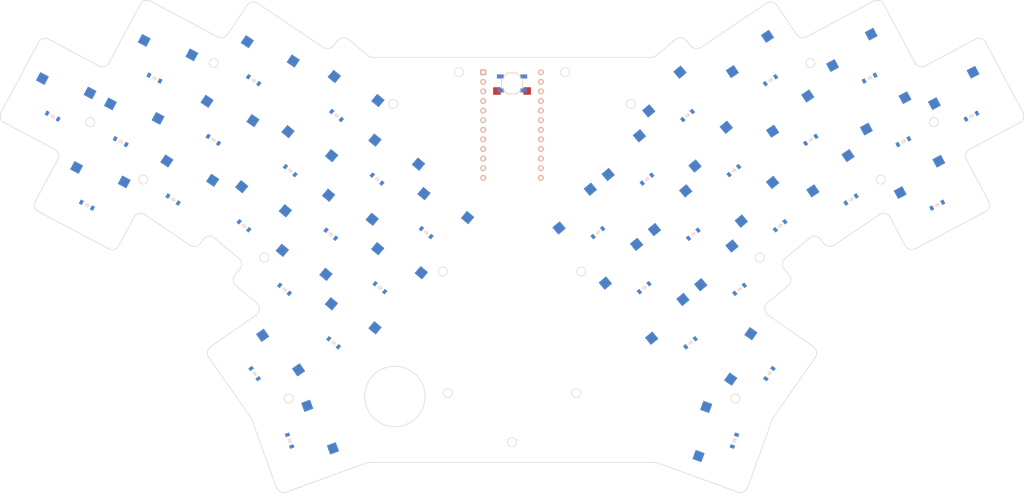
<source format=kicad_pcb>

            
(kicad_pcb (version 20171130) (host pcbnew 5.1.6)

  (page A3)
  (title_block
    (title birdie6)
    (rev v1.0.0)
    (company Unknown)
  )

  (general
    (thickness 1.6)
  )

  (layers
    (0 F.Cu signal)
    (31 B.Cu signal)
    (32 B.Adhes user)
    (33 F.Adhes user)
    (34 B.Paste user)
    (35 F.Paste user)
    (36 B.SilkS user)
    (37 F.SilkS user)
    (38 B.Mask user)
    (39 F.Mask user)
    (40 Dwgs.User user)
    (41 Cmts.User user)
    (42 Eco1.User user)
    (43 Eco2.User user)
    (44 Edge.Cuts user)
    (45 Margin user)
    (46 B.CrtYd user)
    (47 F.CrtYd user)
    (48 B.Fab user)
    (49 F.Fab user)
  )

  (setup
    (last_trace_width 0.25)
    (trace_clearance 0.2)
    (zone_clearance 0.508)
    (zone_45_only no)
    (trace_min 0.2)
    (via_size 0.8)
    (via_drill 0.4)
    (via_min_size 0.4)
    (via_min_drill 0.3)
    (uvia_size 0.3)
    (uvia_drill 0.1)
    (uvias_allowed no)
    (uvia_min_size 0.2)
    (uvia_min_drill 0.1)
    (edge_width 0.05)
    (segment_width 0.2)
    (pcb_text_width 0.3)
    (pcb_text_size 1.5 1.5)
    (mod_edge_width 0.12)
    (mod_text_size 1 1)
    (mod_text_width 0.15)
    (pad_size 1.524 1.524)
    (pad_drill 0.762)
    (pad_to_mask_clearance 0.05)
    (aux_axis_origin 0 0)
    (visible_elements FFFFFF7F)
    (pcbplotparams
      (layerselection 0x010fc_ffffffff)
      (usegerberextensions false)
      (usegerberattributes true)
      (usegerberadvancedattributes true)
      (creategerberjobfile true)
      (excludeedgelayer true)
      (linewidth 0.100000)
      (plotframeref false)
      (viasonmask false)
      (mode 1)
      (useauxorigin false)
      (hpglpennumber 1)
      (hpglpenspeed 20)
      (hpglpendiameter 15.000000)
      (psnegative false)
      (psa4output false)
      (plotreference true)
      (plotvalue true)
      (plotinvisibletext false)
      (padsonsilk false)
      (subtractmaskfromsilk false)
      (outputformat 1)
      (mirror false)
      (drillshape 1)
      (scaleselection 1)
      (outputdirectory ""))
  )

            (net 0 "")
(net 1 "pinkyin_bottom")
(net 2 "P14")
(net 3 "P6")
(net 4 "pinkyin_home")
(net 5 "P19")
(net 6 "pinkyin_top")
(net 7 "P2")
(net 8 "ring_bottom")
(net 9 "P15")
(net 10 "ring_home")
(net 11 "ring_top")
(net 12 "middle_bottom")
(net 13 "P18")
(net 14 "middle_home")
(net 15 "middle_top")
(net 16 "index_bottom")
(net 17 "P20")
(net 18 "index_home")
(net 19 "index_top")
(net 20 "inner_bottom")
(net 21 "P21")
(net 22 "inner_home")
(net 23 "inner_top")
(net 24 "near_only")
(net 25 "P16")
(net 26 "far_only")
(net 27 "pinkyout_pinkyhome")
(net 28 "P10")
(net 29 "mirror_pinkyin_bottom")
(net 30 "P8")
(net 31 "mirror_pinkyin_home")
(net 32 "mirror_pinkyin_top")
(net 33 "mirror_ring_bottom")
(net 34 "P7")
(net 35 "mirror_ring_home")
(net 36 "mirror_ring_top")
(net 37 "mirror_middle_bottom")
(net 38 "P5")
(net 39 "mirror_middle_home")
(net 40 "mirror_middle_top")
(net 41 "mirror_index_bottom")
(net 42 "P4")
(net 43 "mirror_index_home")
(net 44 "mirror_index_top")
(net 45 "mirror_inner_bottom")
(net 46 "P3")
(net 47 "mirror_inner_home")
(net 48 "mirror_inner_top")
(net 49 "mirror_near_only")
(net 50 "mirror_far_only")
(net 51 "mirror_pinkyout_pinkyhome")
(net 52 "P9")
(net 53 "RAW")
(net 54 "GND")
(net 55 "RST")
(net 56 "VCC")
(net 57 "P1")
(net 58 "P0")
            
  (net_class Default "This is the default net class."
    (clearance 0.2)
    (trace_width 0.25)
    (via_dia 0.8)
    (via_drill 0.4)
    (uvia_dia 0.3)
    (uvia_drill 0.1)
    (add_net "")
(add_net "pinkyin_bottom")
(add_net "P14")
(add_net "P6")
(add_net "pinkyin_home")
(add_net "P19")
(add_net "pinkyin_top")
(add_net "P2")
(add_net "ring_bottom")
(add_net "P15")
(add_net "ring_home")
(add_net "ring_top")
(add_net "middle_bottom")
(add_net "P18")
(add_net "middle_home")
(add_net "middle_top")
(add_net "index_bottom")
(add_net "P20")
(add_net "index_home")
(add_net "index_top")
(add_net "inner_bottom")
(add_net "P21")
(add_net "inner_home")
(add_net "inner_top")
(add_net "near_only")
(add_net "P16")
(add_net "far_only")
(add_net "pinkyout_pinkyhome")
(add_net "P10")
(add_net "mirror_pinkyin_bottom")
(add_net "P8")
(add_net "mirror_pinkyin_home")
(add_net "mirror_pinkyin_top")
(add_net "mirror_ring_bottom")
(add_net "P7")
(add_net "mirror_ring_home")
(add_net "mirror_ring_top")
(add_net "mirror_middle_bottom")
(add_net "P5")
(add_net "mirror_middle_home")
(add_net "mirror_middle_top")
(add_net "mirror_index_bottom")
(add_net "P4")
(add_net "mirror_index_home")
(add_net "mirror_index_top")
(add_net "mirror_inner_bottom")
(add_net "P3")
(add_net "mirror_inner_home")
(add_net "mirror_inner_top")
(add_net "mirror_near_only")
(add_net "mirror_far_only")
(add_net "mirror_pinkyout_pinkyhome")
(add_net "P9")
(add_net "RAW")
(add_net "GND")
(add_net "RST")
(add_net "VCC")
(add_net "P1")
(add_net "P0")
  )

            
        
      (module MX (layer F.Cu) (tedit 5DD4F656)
      (at 16.8201516 8.9434333 -28)

      
      (fp_text reference "S1" (at 0 0) (layer F.SilkS) hide (effects (font (size 1.27 1.27) (thickness 0.15))))
      (fp_text value "" (at 0 0) (layer F.SilkS) hide (effects (font (size 1.27 1.27) (thickness 0.15))))

      
      (fp_line (start -7 -6) (end -7 -7) (layer Dwgs.User) (width 0.15))
      (fp_line (start -7 7) (end -6 7) (layer Dwgs.User) (width 0.15))
      (fp_line (start -6 -7) (end -7 -7) (layer Dwgs.User) (width 0.15))
      (fp_line (start -7 7) (end -7 6) (layer Dwgs.User) (width 0.15))
      (fp_line (start 7 6) (end 7 7) (layer Dwgs.User) (width 0.15))
      (fp_line (start 7 -7) (end 6 -7) (layer Dwgs.User) (width 0.15))
      (fp_line (start 6 7) (end 7 7) (layer Dwgs.User) (width 0.15))
      (fp_line (start 7 -7) (end 7 -6) (layer Dwgs.User) (width 0.15))
    
      
      (pad "" np_thru_hole circle (at 0 0) (size 3.9878 3.9878) (drill 3.9878) (layers *.Cu *.Mask))

      
      (pad "" np_thru_hole circle (at 5.08 0) (size 1.7018 1.7018) (drill 1.7018) (layers *.Cu *.Mask))
      (pad "" np_thru_hole circle (at -5.08 0) (size 1.7018 1.7018) (drill 1.7018) (layers *.Cu *.Mask))
      
        
        
        
        (pad "" np_thru_hole circle (at 2.54 -5.08) (size 3 3) (drill 3) (layers *.Cu *.Mask))
        (pad "" np_thru_hole circle (at -3.81 -2.54) (size 3 3) (drill 3) (layers *.Cu *.Mask))
        
        
        (pad 1 smd rect (at -7.085 -2.54 152) (size 2.55 2.5) (layers B.Cu B.Paste B.Mask) (net 1 "pinkyin_bottom"))
        (pad 2 smd rect (at 5.842 -5.08 152) (size 2.55 2.5) (layers B.Cu B.Paste B.Mask) (net 2 "P14"))
        )
        

  
    (module ComboDiode (layer F.Cu) (tedit 5B24D78E)


        (at 14.472793799999998 13.3581713 152)

        
        (fp_text reference "D1" (at 0 0) (layer F.SilkS) hide (effects (font (size 1.27 1.27) (thickness 0.15))))
        (fp_text value "" (at 0 0) (layer F.SilkS) hide (effects (font (size 1.27 1.27) (thickness 0.15))))
        
        (fp_line (start 0.25 0) (end 0.75 0) (layer B.SilkS) (width 0.1))
        (fp_line (start 0.25 0.4) (end -0.35 0) (layer B.SilkS) (width 0.1))
        (fp_line (start 0.25 -0.4) (end 0.25 0.4) (layer B.SilkS) (width 0.1))
        (fp_line (start -0.35 0) (end 0.25 -0.4) (layer B.SilkS) (width 0.1))
        (fp_line (start -0.35 0) (end -0.35 0.55) (layer B.SilkS) (width 0.1))
        (fp_line (start -0.35 0) (end -0.35 -0.55) (layer B.SilkS) (width 0.1))
        (fp_line (start -0.75 0) (end -0.35 0) (layer B.SilkS) (width 0.1))       


        
             
             (pad 2 smd rect (at 1.65 0 152) (size 0.9 1.2) (layers B.Cu B.Paste B.Mask) (net 1 "pinkyin_bottom"))
             (pad 1 smd rect (at -1.65 0 152) (size 0.9 1.2) (layers B.Cu B.Paste B.Mask) (net 3 "P6"))
            
        
        

    )
    

        
      (module MX (layer F.Cu) (tedit 5DD4F656)
      (at 25.7635849 -7.8767184 -28)

      
      (fp_text reference "S2" (at 0 0) (layer F.SilkS) hide (effects (font (size 1.27 1.27) (thickness 0.15))))
      (fp_text value "" (at 0 0) (layer F.SilkS) hide (effects (font (size 1.27 1.27) (thickness 0.15))))

      
      (fp_line (start -7 -6) (end -7 -7) (layer Dwgs.User) (width 0.15))
      (fp_line (start -7 7) (end -6 7) (layer Dwgs.User) (width 0.15))
      (fp_line (start -6 -7) (end -7 -7) (layer Dwgs.User) (width 0.15))
      (fp_line (start -7 7) (end -7 6) (layer Dwgs.User) (width 0.15))
      (fp_line (start 7 6) (end 7 7) (layer Dwgs.User) (width 0.15))
      (fp_line (start 7 -7) (end 6 -7) (layer Dwgs.User) (width 0.15))
      (fp_line (start 6 7) (end 7 7) (layer Dwgs.User) (width 0.15))
      (fp_line (start 7 -7) (end 7 -6) (layer Dwgs.User) (width 0.15))
    
      
      (pad "" np_thru_hole circle (at 0 0) (size 3.9878 3.9878) (drill 3.9878) (layers *.Cu *.Mask))

      
      (pad "" np_thru_hole circle (at 5.08 0) (size 1.7018 1.7018) (drill 1.7018) (layers *.Cu *.Mask))
      (pad "" np_thru_hole circle (at -5.08 0) (size 1.7018 1.7018) (drill 1.7018) (layers *.Cu *.Mask))
      
        
        
        
        (pad "" np_thru_hole circle (at 2.54 -5.08) (size 3 3) (drill 3) (layers *.Cu *.Mask))
        (pad "" np_thru_hole circle (at -3.81 -2.54) (size 3 3) (drill 3) (layers *.Cu *.Mask))
        
        
        (pad 1 smd rect (at -7.085 -2.54 152) (size 2.55 2.5) (layers B.Cu B.Paste B.Mask) (net 4 "pinkyin_home"))
        (pad 2 smd rect (at 5.842 -5.08 152) (size 2.55 2.5) (layers B.Cu B.Paste B.Mask) (net 2 "P14"))
        )
        

  
    (module ComboDiode (layer F.Cu) (tedit 5B24D78E)


        (at 23.4162271 -3.4619804 152)

        
        (fp_text reference "D2" (at 0 0) (layer F.SilkS) hide (effects (font (size 1.27 1.27) (thickness 0.15))))
        (fp_text value "" (at 0 0) (layer F.SilkS) hide (effects (font (size 1.27 1.27) (thickness 0.15))))
        
        (fp_line (start 0.25 0) (end 0.75 0) (layer B.SilkS) (width 0.1))
        (fp_line (start 0.25 0.4) (end -0.35 0) (layer B.SilkS) (width 0.1))
        (fp_line (start 0.25 -0.4) (end 0.25 0.4) (layer B.SilkS) (width 0.1))
        (fp_line (start -0.35 0) (end 0.25 -0.4) (layer B.SilkS) (width 0.1))
        (fp_line (start -0.35 0) (end -0.35 0.55) (layer B.SilkS) (width 0.1))
        (fp_line (start -0.35 0) (end -0.35 -0.55) (layer B.SilkS) (width 0.1))
        (fp_line (start -0.75 0) (end -0.35 0) (layer B.SilkS) (width 0.1))       


        
             
             (pad 2 smd rect (at 1.65 0 152) (size 0.9 1.2) (layers B.Cu B.Paste B.Mask) (net 4 "pinkyin_home"))
             (pad 1 smd rect (at -1.65 0 152) (size 0.9 1.2) (layers B.Cu B.Paste B.Mask) (net 5 "P19"))
            
        
        

    )
    

        
      (module MX (layer F.Cu) (tedit 5DD4F656)
      (at 34.7070182 -24.69687 -28)

      
      (fp_text reference "S3" (at 0 0) (layer F.SilkS) hide (effects (font (size 1.27 1.27) (thickness 0.15))))
      (fp_text value "" (at 0 0) (layer F.SilkS) hide (effects (font (size 1.27 1.27) (thickness 0.15))))

      
      (fp_line (start -7 -6) (end -7 -7) (layer Dwgs.User) (width 0.15))
      (fp_line (start -7 7) (end -6 7) (layer Dwgs.User) (width 0.15))
      (fp_line (start -6 -7) (end -7 -7) (layer Dwgs.User) (width 0.15))
      (fp_line (start -7 7) (end -7 6) (layer Dwgs.User) (width 0.15))
      (fp_line (start 7 6) (end 7 7) (layer Dwgs.User) (width 0.15))
      (fp_line (start 7 -7) (end 6 -7) (layer Dwgs.User) (width 0.15))
      (fp_line (start 6 7) (end 7 7) (layer Dwgs.User) (width 0.15))
      (fp_line (start 7 -7) (end 7 -6) (layer Dwgs.User) (width 0.15))
    
      
      (pad "" np_thru_hole circle (at 0 0) (size 3.9878 3.9878) (drill 3.9878) (layers *.Cu *.Mask))

      
      (pad "" np_thru_hole circle (at 5.08 0) (size 1.7018 1.7018) (drill 1.7018) (layers *.Cu *.Mask))
      (pad "" np_thru_hole circle (at -5.08 0) (size 1.7018 1.7018) (drill 1.7018) (layers *.Cu *.Mask))
      
        
        
        
        (pad "" np_thru_hole circle (at 2.54 -5.08) (size 3 3) (drill 3) (layers *.Cu *.Mask))
        (pad "" np_thru_hole circle (at -3.81 -2.54) (size 3 3) (drill 3) (layers *.Cu *.Mask))
        
        
        (pad 1 smd rect (at -7.085 -2.54 152) (size 2.55 2.5) (layers B.Cu B.Paste B.Mask) (net 6 "pinkyin_top"))
        (pad 2 smd rect (at 5.842 -5.08 152) (size 2.55 2.5) (layers B.Cu B.Paste B.Mask) (net 2 "P14"))
        )
        

  
    (module ComboDiode (layer F.Cu) (tedit 5B24D78E)


        (at 32.3596604 -20.282132 152)

        
        (fp_text reference "D3" (at 0 0) (layer F.SilkS) hide (effects (font (size 1.27 1.27) (thickness 0.15))))
        (fp_text value "" (at 0 0) (layer F.SilkS) hide (effects (font (size 1.27 1.27) (thickness 0.15))))
        
        (fp_line (start 0.25 0) (end 0.75 0) (layer B.SilkS) (width 0.1))
        (fp_line (start 0.25 0.4) (end -0.35 0) (layer B.SilkS) (width 0.1))
        (fp_line (start 0.25 -0.4) (end 0.25 0.4) (layer B.SilkS) (width 0.1))
        (fp_line (start -0.35 0) (end 0.25 -0.4) (layer B.SilkS) (width 0.1))
        (fp_line (start -0.35 0) (end -0.35 0.55) (layer B.SilkS) (width 0.1))
        (fp_line (start -0.35 0) (end -0.35 -0.55) (layer B.SilkS) (width 0.1))
        (fp_line (start -0.75 0) (end -0.35 0) (layer B.SilkS) (width 0.1))       


        
             
             (pad 2 smd rect (at 1.65 0 152) (size 0.9 1.2) (layers B.Cu B.Paste B.Mask) (net 6 "pinkyin_top"))
             (pad 1 smd rect (at -1.65 0 152) (size 0.9 1.2) (layers B.Cu B.Paste B.Mask) (net 7 "P2"))
            
        
        

    )
    

        
      (module MX (layer F.Cu) (tedit 5DD4F656)
      (at 40.0686149 7.7140198 -34)

      
      (fp_text reference "S4" (at 0 0) (layer F.SilkS) hide (effects (font (size 1.27 1.27) (thickness 0.15))))
      (fp_text value "" (at 0 0) (layer F.SilkS) hide (effects (font (size 1.27 1.27) (thickness 0.15))))

      
      (fp_line (start -7 -6) (end -7 -7) (layer Dwgs.User) (width 0.15))
      (fp_line (start -7 7) (end -6 7) (layer Dwgs.User) (width 0.15))
      (fp_line (start -6 -7) (end -7 -7) (layer Dwgs.User) (width 0.15))
      (fp_line (start -7 7) (end -7 6) (layer Dwgs.User) (width 0.15))
      (fp_line (start 7 6) (end 7 7) (layer Dwgs.User) (width 0.15))
      (fp_line (start 7 -7) (end 6 -7) (layer Dwgs.User) (width 0.15))
      (fp_line (start 6 7) (end 7 7) (layer Dwgs.User) (width 0.15))
      (fp_line (start 7 -7) (end 7 -6) (layer Dwgs.User) (width 0.15))
    
      
      (pad "" np_thru_hole circle (at 0 0) (size 3.9878 3.9878) (drill 3.9878) (layers *.Cu *.Mask))

      
      (pad "" np_thru_hole circle (at 5.08 0) (size 1.7018 1.7018) (drill 1.7018) (layers *.Cu *.Mask))
      (pad "" np_thru_hole circle (at -5.08 0) (size 1.7018 1.7018) (drill 1.7018) (layers *.Cu *.Mask))
      
        
        
        
        (pad "" np_thru_hole circle (at 2.54 -5.08) (size 3 3) (drill 3) (layers *.Cu *.Mask))
        (pad "" np_thru_hole circle (at -3.81 -2.54) (size 3 3) (drill 3) (layers *.Cu *.Mask))
        
        
        (pad 1 smd rect (at -7.085 -2.54 146) (size 2.55 2.5) (layers B.Cu B.Paste B.Mask) (net 8 "ring_bottom"))
        (pad 2 smd rect (at 5.842 -5.08 146) (size 2.55 2.5) (layers B.Cu B.Paste B.Mask) (net 9 "P15"))
        )
        

  
    (module ComboDiode (layer F.Cu) (tedit 5B24D78E)


        (at 37.2726504 11.859207699999999 146)

        
        (fp_text reference "D4" (at 0 0) (layer F.SilkS) hide (effects (font (size 1.27 1.27) (thickness 0.15))))
        (fp_text value "" (at 0 0) (layer F.SilkS) hide (effects (font (size 1.27 1.27) (thickness 0.15))))
        
        (fp_line (start 0.25 0) (end 0.75 0) (layer B.SilkS) (width 0.1))
        (fp_line (start 0.25 0.4) (end -0.35 0) (layer B.SilkS) (width 0.1))
        (fp_line (start 0.25 -0.4) (end 0.25 0.4) (layer B.SilkS) (width 0.1))
        (fp_line (start -0.35 0) (end 0.25 -0.4) (layer B.SilkS) (width 0.1))
        (fp_line (start -0.35 0) (end -0.35 0.55) (layer B.SilkS) (width 0.1))
        (fp_line (start -0.35 0) (end -0.35 -0.55) (layer B.SilkS) (width 0.1))
        (fp_line (start -0.75 0) (end -0.35 0) (layer B.SilkS) (width 0.1))       


        
             
             (pad 2 smd rect (at 1.65 0 146) (size 0.9 1.2) (layers B.Cu B.Paste B.Mask) (net 8 "ring_bottom"))
             (pad 1 smd rect (at -1.65 0 146) (size 0.9 1.2) (layers B.Cu B.Paste B.Mask) (net 3 "P6"))
            
        
        

    )
    

        
      (module MX (layer F.Cu) (tedit 5DD4F656)
      (at 50.7212397 -8.0791459 -34)

      
      (fp_text reference "S5" (at 0 0) (layer F.SilkS) hide (effects (font (size 1.27 1.27) (thickness 0.15))))
      (fp_text value "" (at 0 0) (layer F.SilkS) hide (effects (font (size 1.27 1.27) (thickness 0.15))))

      
      (fp_line (start -7 -6) (end -7 -7) (layer Dwgs.User) (width 0.15))
      (fp_line (start -7 7) (end -6 7) (layer Dwgs.User) (width 0.15))
      (fp_line (start -6 -7) (end -7 -7) (layer Dwgs.User) (width 0.15))
      (fp_line (start -7 7) (end -7 6) (layer Dwgs.User) (width 0.15))
      (fp_line (start 7 6) (end 7 7) (layer Dwgs.User) (width 0.15))
      (fp_line (start 7 -7) (end 6 -7) (layer Dwgs.User) (width 0.15))
      (fp_line (start 6 7) (end 7 7) (layer Dwgs.User) (width 0.15))
      (fp_line (start 7 -7) (end 7 -6) (layer Dwgs.User) (width 0.15))
    
      
      (pad "" np_thru_hole circle (at 0 0) (size 3.9878 3.9878) (drill 3.9878) (layers *.Cu *.Mask))

      
      (pad "" np_thru_hole circle (at 5.08 0) (size 1.7018 1.7018) (drill 1.7018) (layers *.Cu *.Mask))
      (pad "" np_thru_hole circle (at -5.08 0) (size 1.7018 1.7018) (drill 1.7018) (layers *.Cu *.Mask))
      
        
        
        
        (pad "" np_thru_hole circle (at 2.54 -5.08) (size 3 3) (drill 3) (layers *.Cu *.Mask))
        (pad "" np_thru_hole circle (at -3.81 -2.54) (size 3 3) (drill 3) (layers *.Cu *.Mask))
        
        
        (pad 1 smd rect (at -7.085 -2.54 146) (size 2.55 2.5) (layers B.Cu B.Paste B.Mask) (net 10 "ring_home"))
        (pad 2 smd rect (at 5.842 -5.08 146) (size 2.55 2.5) (layers B.Cu B.Paste B.Mask) (net 9 "P15"))
        )
        

  
    (module ComboDiode (layer F.Cu) (tedit 5B24D78E)


        (at 47.9252752 -3.9339580000000005 146)

        
        (fp_text reference "D5" (at 0 0) (layer F.SilkS) hide (effects (font (size 1.27 1.27) (thickness 0.15))))
        (fp_text value "" (at 0 0) (layer F.SilkS) hide (effects (font (size 1.27 1.27) (thickness 0.15))))
        
        (fp_line (start 0.25 0) (end 0.75 0) (layer B.SilkS) (width 0.1))
        (fp_line (start 0.25 0.4) (end -0.35 0) (layer B.SilkS) (width 0.1))
        (fp_line (start 0.25 -0.4) (end 0.25 0.4) (layer B.SilkS) (width 0.1))
        (fp_line (start -0.35 0) (end 0.25 -0.4) (layer B.SilkS) (width 0.1))
        (fp_line (start -0.35 0) (end -0.35 0.55) (layer B.SilkS) (width 0.1))
        (fp_line (start -0.35 0) (end -0.35 -0.55) (layer B.SilkS) (width 0.1))
        (fp_line (start -0.75 0) (end -0.35 0) (layer B.SilkS) (width 0.1))       


        
             
             (pad 2 smd rect (at 1.65 0 146) (size 0.9 1.2) (layers B.Cu B.Paste B.Mask) (net 10 "ring_home"))
             (pad 1 smd rect (at -1.65 0 146) (size 0.9 1.2) (layers B.Cu B.Paste B.Mask) (net 5 "P19"))
            
        
        

    )
    

        
      (module MX (layer F.Cu) (tedit 5DD4F656)
      (at 61.3738645 -23.8723116 -34)

      
      (fp_text reference "S6" (at 0 0) (layer F.SilkS) hide (effects (font (size 1.27 1.27) (thickness 0.15))))
      (fp_text value "" (at 0 0) (layer F.SilkS) hide (effects (font (size 1.27 1.27) (thickness 0.15))))

      
      (fp_line (start -7 -6) (end -7 -7) (layer Dwgs.User) (width 0.15))
      (fp_line (start -7 7) (end -6 7) (layer Dwgs.User) (width 0.15))
      (fp_line (start -6 -7) (end -7 -7) (layer Dwgs.User) (width 0.15))
      (fp_line (start -7 7) (end -7 6) (layer Dwgs.User) (width 0.15))
      (fp_line (start 7 6) (end 7 7) (layer Dwgs.User) (width 0.15))
      (fp_line (start 7 -7) (end 6 -7) (layer Dwgs.User) (width 0.15))
      (fp_line (start 6 7) (end 7 7) (layer Dwgs.User) (width 0.15))
      (fp_line (start 7 -7) (end 7 -6) (layer Dwgs.User) (width 0.15))
    
      
      (pad "" np_thru_hole circle (at 0 0) (size 3.9878 3.9878) (drill 3.9878) (layers *.Cu *.Mask))

      
      (pad "" np_thru_hole circle (at 5.08 0) (size 1.7018 1.7018) (drill 1.7018) (layers *.Cu *.Mask))
      (pad "" np_thru_hole circle (at -5.08 0) (size 1.7018 1.7018) (drill 1.7018) (layers *.Cu *.Mask))
      
        
        
        
        (pad "" np_thru_hole circle (at 2.54 -5.08) (size 3 3) (drill 3) (layers *.Cu *.Mask))
        (pad "" np_thru_hole circle (at -3.81 -2.54) (size 3 3) (drill 3) (layers *.Cu *.Mask))
        
        
        (pad 1 smd rect (at -7.085 -2.54 146) (size 2.55 2.5) (layers B.Cu B.Paste B.Mask) (net 11 "ring_top"))
        (pad 2 smd rect (at 5.842 -5.08 146) (size 2.55 2.5) (layers B.Cu B.Paste B.Mask) (net 9 "P15"))
        )
        

  
    (module ComboDiode (layer F.Cu) (tedit 5B24D78E)


        (at 58.5779 -19.7271237 146)

        
        (fp_text reference "D6" (at 0 0) (layer F.SilkS) hide (effects (font (size 1.27 1.27) (thickness 0.15))))
        (fp_text value "" (at 0 0) (layer F.SilkS) hide (effects (font (size 1.27 1.27) (thickness 0.15))))
        
        (fp_line (start 0.25 0) (end 0.75 0) (layer B.SilkS) (width 0.1))
        (fp_line (start 0.25 0.4) (end -0.35 0) (layer B.SilkS) (width 0.1))
        (fp_line (start 0.25 -0.4) (end 0.25 0.4) (layer B.SilkS) (width 0.1))
        (fp_line (start -0.35 0) (end 0.25 -0.4) (layer B.SilkS) (width 0.1))
        (fp_line (start -0.35 0) (end -0.35 0.55) (layer B.SilkS) (width 0.1))
        (fp_line (start -0.35 0) (end -0.35 -0.55) (layer B.SilkS) (width 0.1))
        (fp_line (start -0.75 0) (end -0.35 0) (layer B.SilkS) (width 0.1))       


        
             
             (pad 2 smd rect (at 1.65 0 146) (size 0.9 1.2) (layers B.Cu B.Paste B.Mask) (net 11 "ring_top"))
             (pad 1 smd rect (at -1.65 0 146) (size 0.9 1.2) (layers B.Cu B.Paste B.Mask) (net 7 "P2"))
            
        
        

    )
    

        
      (module MX (layer F.Cu) (tedit 5DD4F656)
      (at 59.2361211 14.9734416 -40)

      
      (fp_text reference "S7" (at 0 0) (layer F.SilkS) hide (effects (font (size 1.27 1.27) (thickness 0.15))))
      (fp_text value "" (at 0 0) (layer F.SilkS) hide (effects (font (size 1.27 1.27) (thickness 0.15))))

      
      (fp_line (start -7 -6) (end -7 -7) (layer Dwgs.User) (width 0.15))
      (fp_line (start -7 7) (end -6 7) (layer Dwgs.User) (width 0.15))
      (fp_line (start -6 -7) (end -7 -7) (layer Dwgs.User) (width 0.15))
      (fp_line (start -7 7) (end -7 6) (layer Dwgs.User) (width 0.15))
      (fp_line (start 7 6) (end 7 7) (layer Dwgs.User) (width 0.15))
      (fp_line (start 7 -7) (end 6 -7) (layer Dwgs.User) (width 0.15))
      (fp_line (start 6 7) (end 7 7) (layer Dwgs.User) (width 0.15))
      (fp_line (start 7 -7) (end 7 -6) (layer Dwgs.User) (width 0.15))
    
      
      (pad "" np_thru_hole circle (at 0 0) (size 3.9878 3.9878) (drill 3.9878) (layers *.Cu *.Mask))

      
      (pad "" np_thru_hole circle (at 5.08 0) (size 1.7018 1.7018) (drill 1.7018) (layers *.Cu *.Mask))
      (pad "" np_thru_hole circle (at -5.08 0) (size 1.7018 1.7018) (drill 1.7018) (layers *.Cu *.Mask))
      
        
        
        
        (pad "" np_thru_hole circle (at 2.54 -5.08) (size 3 3) (drill 3) (layers *.Cu *.Mask))
        (pad "" np_thru_hole circle (at -3.81 -2.54) (size 3 3) (drill 3) (layers *.Cu *.Mask))
        
        
        (pad 1 smd rect (at -7.085 -2.54 140) (size 2.55 2.5) (layers B.Cu B.Paste B.Mask) (net 12 "middle_bottom"))
        (pad 2 smd rect (at 5.842 -5.08 140) (size 2.55 2.5) (layers B.Cu B.Paste B.Mask) (net 13 "P18"))
        )
        

  
    (module ComboDiode (layer F.Cu) (tedit 5B24D78E)


        (at 56.0221831 18.8036638 140)

        
        (fp_text reference "D7" (at 0 0) (layer F.SilkS) hide (effects (font (size 1.27 1.27) (thickness 0.15))))
        (fp_text value "" (at 0 0) (layer F.SilkS) hide (effects (font (size 1.27 1.27) (thickness 0.15))))
        
        (fp_line (start 0.25 0) (end 0.75 0) (layer B.SilkS) (width 0.1))
        (fp_line (start 0.25 0.4) (end -0.35 0) (layer B.SilkS) (width 0.1))
        (fp_line (start 0.25 -0.4) (end 0.25 0.4) (layer B.SilkS) (width 0.1))
        (fp_line (start -0.35 0) (end 0.25 -0.4) (layer B.SilkS) (width 0.1))
        (fp_line (start -0.35 0) (end -0.35 0.55) (layer B.SilkS) (width 0.1))
        (fp_line (start -0.35 0) (end -0.35 -0.55) (layer B.SilkS) (width 0.1))
        (fp_line (start -0.75 0) (end -0.35 0) (layer B.SilkS) (width 0.1))       


        
             
             (pad 2 smd rect (at 1.65 0 140) (size 0.9 1.2) (layers B.Cu B.Paste B.Mask) (net 12 "middle_bottom"))
             (pad 1 smd rect (at -1.65 0 140) (size 0.9 1.2) (layers B.Cu B.Paste B.Mask) (net 3 "P6"))
            
        
        

    )
    

        
      (module MX (layer F.Cu) (tedit 5DD4F656)
      (at 71.4812251 0.380295 -40)

      
      (fp_text reference "S8" (at 0 0) (layer F.SilkS) hide (effects (font (size 1.27 1.27) (thickness 0.15))))
      (fp_text value "" (at 0 0) (layer F.SilkS) hide (effects (font (size 1.27 1.27) (thickness 0.15))))

      
      (fp_line (start -7 -6) (end -7 -7) (layer Dwgs.User) (width 0.15))
      (fp_line (start -7 7) (end -6 7) (layer Dwgs.User) (width 0.15))
      (fp_line (start -6 -7) (end -7 -7) (layer Dwgs.User) (width 0.15))
      (fp_line (start -7 7) (end -7 6) (layer Dwgs.User) (width 0.15))
      (fp_line (start 7 6) (end 7 7) (layer Dwgs.User) (width 0.15))
      (fp_line (start 7 -7) (end 6 -7) (layer Dwgs.User) (width 0.15))
      (fp_line (start 6 7) (end 7 7) (layer Dwgs.User) (width 0.15))
      (fp_line (start 7 -7) (end 7 -6) (layer Dwgs.User) (width 0.15))
    
      
      (pad "" np_thru_hole circle (at 0 0) (size 3.9878 3.9878) (drill 3.9878) (layers *.Cu *.Mask))

      
      (pad "" np_thru_hole circle (at 5.08 0) (size 1.7018 1.7018) (drill 1.7018) (layers *.Cu *.Mask))
      (pad "" np_thru_hole circle (at -5.08 0) (size 1.7018 1.7018) (drill 1.7018) (layers *.Cu *.Mask))
      
        
        
        
        (pad "" np_thru_hole circle (at 2.54 -5.08) (size 3 3) (drill 3) (layers *.Cu *.Mask))
        (pad "" np_thru_hole circle (at -3.81 -2.54) (size 3 3) (drill 3) (layers *.Cu *.Mask))
        
        
        (pad 1 smd rect (at -7.085 -2.54 140) (size 2.55 2.5) (layers B.Cu B.Paste B.Mask) (net 14 "middle_home"))
        (pad 2 smd rect (at 5.842 -5.08 140) (size 2.55 2.5) (layers B.Cu B.Paste B.Mask) (net 13 "P18"))
        )
        

  
    (module ComboDiode (layer F.Cu) (tedit 5B24D78E)


        (at 68.2672871 4.2105172 140)

        
        (fp_text reference "D8" (at 0 0) (layer F.SilkS) hide (effects (font (size 1.27 1.27) (thickness 0.15))))
        (fp_text value "" (at 0 0) (layer F.SilkS) hide (effects (font (size 1.27 1.27) (thickness 0.15))))
        
        (fp_line (start 0.25 0) (end 0.75 0) (layer B.SilkS) (width 0.1))
        (fp_line (start 0.25 0.4) (end -0.35 0) (layer B.SilkS) (width 0.1))
        (fp_line (start 0.25 -0.4) (end 0.25 0.4) (layer B.SilkS) (width 0.1))
        (fp_line (start -0.35 0) (end 0.25 -0.4) (layer B.SilkS) (width 0.1))
        (fp_line (start -0.35 0) (end -0.35 0.55) (layer B.SilkS) (width 0.1))
        (fp_line (start -0.35 0) (end -0.35 -0.55) (layer B.SilkS) (width 0.1))
        (fp_line (start -0.75 0) (end -0.35 0) (layer B.SilkS) (width 0.1))       


        
             
             (pad 2 smd rect (at 1.65 0 140) (size 0.9 1.2) (layers B.Cu B.Paste B.Mask) (net 14 "middle_home"))
             (pad 1 smd rect (at -1.65 0 140) (size 0.9 1.2) (layers B.Cu B.Paste B.Mask) (net 5 "P19"))
            
        
        

    )
    

        
      (module MX (layer F.Cu) (tedit 5DD4F656)
      (at 83.726329 -14.2128517 -40)

      
      (fp_text reference "S9" (at 0 0) (layer F.SilkS) hide (effects (font (size 1.27 1.27) (thickness 0.15))))
      (fp_text value "" (at 0 0) (layer F.SilkS) hide (effects (font (size 1.27 1.27) (thickness 0.15))))

      
      (fp_line (start -7 -6) (end -7 -7) (layer Dwgs.User) (width 0.15))
      (fp_line (start -7 7) (end -6 7) (layer Dwgs.User) (width 0.15))
      (fp_line (start -6 -7) (end -7 -7) (layer Dwgs.User) (width 0.15))
      (fp_line (start -7 7) (end -7 6) (layer Dwgs.User) (width 0.15))
      (fp_line (start 7 6) (end 7 7) (layer Dwgs.User) (width 0.15))
      (fp_line (start 7 -7) (end 6 -7) (layer Dwgs.User) (width 0.15))
      (fp_line (start 6 7) (end 7 7) (layer Dwgs.User) (width 0.15))
      (fp_line (start 7 -7) (end 7 -6) (layer Dwgs.User) (width 0.15))
    
      
      (pad "" np_thru_hole circle (at 0 0) (size 3.9878 3.9878) (drill 3.9878) (layers *.Cu *.Mask))

      
      (pad "" np_thru_hole circle (at 5.08 0) (size 1.7018 1.7018) (drill 1.7018) (layers *.Cu *.Mask))
      (pad "" np_thru_hole circle (at -5.08 0) (size 1.7018 1.7018) (drill 1.7018) (layers *.Cu *.Mask))
      
        
        
        
        (pad "" np_thru_hole circle (at 2.54 -5.08) (size 3 3) (drill 3) (layers *.Cu *.Mask))
        (pad "" np_thru_hole circle (at -3.81 -2.54) (size 3 3) (drill 3) (layers *.Cu *.Mask))
        
        
        (pad 1 smd rect (at -7.085 -2.54 140) (size 2.55 2.5) (layers B.Cu B.Paste B.Mask) (net 15 "middle_top"))
        (pad 2 smd rect (at 5.842 -5.08 140) (size 2.55 2.5) (layers B.Cu B.Paste B.Mask) (net 13 "P18"))
        )
        

  
    (module ComboDiode (layer F.Cu) (tedit 5B24D78E)


        (at 80.51239100000001 -10.3826295 140)

        
        (fp_text reference "D9" (at 0 0) (layer F.SilkS) hide (effects (font (size 1.27 1.27) (thickness 0.15))))
        (fp_text value "" (at 0 0) (layer F.SilkS) hide (effects (font (size 1.27 1.27) (thickness 0.15))))
        
        (fp_line (start 0.25 0) (end 0.75 0) (layer B.SilkS) (width 0.1))
        (fp_line (start 0.25 0.4) (end -0.35 0) (layer B.SilkS) (width 0.1))
        (fp_line (start 0.25 -0.4) (end 0.25 0.4) (layer B.SilkS) (width 0.1))
        (fp_line (start -0.35 0) (end 0.25 -0.4) (layer B.SilkS) (width 0.1))
        (fp_line (start -0.35 0) (end -0.35 0.55) (layer B.SilkS) (width 0.1))
        (fp_line (start -0.35 0) (end -0.35 -0.55) (layer B.SilkS) (width 0.1))
        (fp_line (start -0.75 0) (end -0.35 0) (layer B.SilkS) (width 0.1))       


        
             
             (pad 2 smd rect (at 1.65 0 140) (size 0.9 1.2) (layers B.Cu B.Paste B.Mask) (net 15 "middle_top"))
             (pad 1 smd rect (at -1.65 0 140) (size 0.9 1.2) (layers B.Cu B.Paste B.Mask) (net 7 "P2"))
            
        
        

    )
    

        
      (module MX (layer F.Cu) (tedit 5DD4F656)
      (at 69.9725421 31.8148122 -40)

      
      (fp_text reference "S10" (at 0 0) (layer F.SilkS) hide (effects (font (size 1.27 1.27) (thickness 0.15))))
      (fp_text value "" (at 0 0) (layer F.SilkS) hide (effects (font (size 1.27 1.27) (thickness 0.15))))

      
      (fp_line (start -7 -6) (end -7 -7) (layer Dwgs.User) (width 0.15))
      (fp_line (start -7 7) (end -6 7) (layer Dwgs.User) (width 0.15))
      (fp_line (start -6 -7) (end -7 -7) (layer Dwgs.User) (width 0.15))
      (fp_line (start -7 7) (end -7 6) (layer Dwgs.User) (width 0.15))
      (fp_line (start 7 6) (end 7 7) (layer Dwgs.User) (width 0.15))
      (fp_line (start 7 -7) (end 6 -7) (layer Dwgs.User) (width 0.15))
      (fp_line (start 6 7) (end 7 7) (layer Dwgs.User) (width 0.15))
      (fp_line (start 7 -7) (end 7 -6) (layer Dwgs.User) (width 0.15))
    
      
      (pad "" np_thru_hole circle (at 0 0) (size 3.9878 3.9878) (drill 3.9878) (layers *.Cu *.Mask))

      
      (pad "" np_thru_hole circle (at 5.08 0) (size 1.7018 1.7018) (drill 1.7018) (layers *.Cu *.Mask))
      (pad "" np_thru_hole circle (at -5.08 0) (size 1.7018 1.7018) (drill 1.7018) (layers *.Cu *.Mask))
      
        
        
        
        (pad "" np_thru_hole circle (at 2.54 -5.08) (size 3 3) (drill 3) (layers *.Cu *.Mask))
        (pad "" np_thru_hole circle (at -3.81 -2.54) (size 3 3) (drill 3) (layers *.Cu *.Mask))
        
        
        (pad 1 smd rect (at -7.085 -2.54 140) (size 2.55 2.5) (layers B.Cu B.Paste B.Mask) (net 16 "index_bottom"))
        (pad 2 smd rect (at 5.842 -5.08 140) (size 2.55 2.5) (layers B.Cu B.Paste B.Mask) (net 17 "P20"))
        )
        

  
    (module ComboDiode (layer F.Cu) (tedit 5B24D78E)


        (at 66.7586041 35.6450344 140)

        
        (fp_text reference "D10" (at 0 0) (layer F.SilkS) hide (effects (font (size 1.27 1.27) (thickness 0.15))))
        (fp_text value "" (at 0 0) (layer F.SilkS) hide (effects (font (size 1.27 1.27) (thickness 0.15))))
        
        (fp_line (start 0.25 0) (end 0.75 0) (layer B.SilkS) (width 0.1))
        (fp_line (start 0.25 0.4) (end -0.35 0) (layer B.SilkS) (width 0.1))
        (fp_line (start 0.25 -0.4) (end 0.25 0.4) (layer B.SilkS) (width 0.1))
        (fp_line (start -0.35 0) (end 0.25 -0.4) (layer B.SilkS) (width 0.1))
        (fp_line (start -0.35 0) (end -0.35 0.55) (layer B.SilkS) (width 0.1))
        (fp_line (start -0.35 0) (end -0.35 -0.55) (layer B.SilkS) (width 0.1))
        (fp_line (start -0.75 0) (end -0.35 0) (layer B.SilkS) (width 0.1))       


        
             
             (pad 2 smd rect (at 1.65 0 140) (size 0.9 1.2) (layers B.Cu B.Paste B.Mask) (net 16 "index_bottom"))
             (pad 1 smd rect (at -1.65 0 140) (size 0.9 1.2) (layers B.Cu B.Paste B.Mask) (net 3 "P6"))
            
        
        

    )
    

        
      (module MX (layer F.Cu) (tedit 5DD4F656)
      (at 82.217646 17.2216656 -40)

      
      (fp_text reference "S11" (at 0 0) (layer F.SilkS) hide (effects (font (size 1.27 1.27) (thickness 0.15))))
      (fp_text value "" (at 0 0) (layer F.SilkS) hide (effects (font (size 1.27 1.27) (thickness 0.15))))

      
      (fp_line (start -7 -6) (end -7 -7) (layer Dwgs.User) (width 0.15))
      (fp_line (start -7 7) (end -6 7) (layer Dwgs.User) (width 0.15))
      (fp_line (start -6 -7) (end -7 -7) (layer Dwgs.User) (width 0.15))
      (fp_line (start -7 7) (end -7 6) (layer Dwgs.User) (width 0.15))
      (fp_line (start 7 6) (end 7 7) (layer Dwgs.User) (width 0.15))
      (fp_line (start 7 -7) (end 6 -7) (layer Dwgs.User) (width 0.15))
      (fp_line (start 6 7) (end 7 7) (layer Dwgs.User) (width 0.15))
      (fp_line (start 7 -7) (end 7 -6) (layer Dwgs.User) (width 0.15))
    
      
      (pad "" np_thru_hole circle (at 0 0) (size 3.9878 3.9878) (drill 3.9878) (layers *.Cu *.Mask))

      
      (pad "" np_thru_hole circle (at 5.08 0) (size 1.7018 1.7018) (drill 1.7018) (layers *.Cu *.Mask))
      (pad "" np_thru_hole circle (at -5.08 0) (size 1.7018 1.7018) (drill 1.7018) (layers *.Cu *.Mask))
      
        
        
        
        (pad "" np_thru_hole circle (at 2.54 -5.08) (size 3 3) (drill 3) (layers *.Cu *.Mask))
        (pad "" np_thru_hole circle (at -3.81 -2.54) (size 3 3) (drill 3) (layers *.Cu *.Mask))
        
        
        (pad 1 smd rect (at -7.085 -2.54 140) (size 2.55 2.5) (layers B.Cu B.Paste B.Mask) (net 18 "index_home"))
        (pad 2 smd rect (at 5.842 -5.08 140) (size 2.55 2.5) (layers B.Cu B.Paste B.Mask) (net 17 "P20"))
        )
        

  
    (module ComboDiode (layer F.Cu) (tedit 5B24D78E)


        (at 79.003708 21.051887800000003 140)

        
        (fp_text reference "D11" (at 0 0) (layer F.SilkS) hide (effects (font (size 1.27 1.27) (thickness 0.15))))
        (fp_text value "" (at 0 0) (layer F.SilkS) hide (effects (font (size 1.27 1.27) (thickness 0.15))))
        
        (fp_line (start 0.25 0) (end 0.75 0) (layer B.SilkS) (width 0.1))
        (fp_line (start 0.25 0.4) (end -0.35 0) (layer B.SilkS) (width 0.1))
        (fp_line (start 0.25 -0.4) (end 0.25 0.4) (layer B.SilkS) (width 0.1))
        (fp_line (start -0.35 0) (end 0.25 -0.4) (layer B.SilkS) (width 0.1))
        (fp_line (start -0.35 0) (end -0.35 0.55) (layer B.SilkS) (width 0.1))
        (fp_line (start -0.35 0) (end -0.35 -0.55) (layer B.SilkS) (width 0.1))
        (fp_line (start -0.75 0) (end -0.35 0) (layer B.SilkS) (width 0.1))       


        
             
             (pad 2 smd rect (at 1.65 0 140) (size 0.9 1.2) (layers B.Cu B.Paste B.Mask) (net 18 "index_home"))
             (pad 1 smd rect (at -1.65 0 140) (size 0.9 1.2) (layers B.Cu B.Paste B.Mask) (net 5 "P19"))
            
        
        

    )
    

        
      (module MX (layer F.Cu) (tedit 5DD4F656)
      (at 94.4627501 2.628519 -40)

      
      (fp_text reference "S12" (at 0 0) (layer F.SilkS) hide (effects (font (size 1.27 1.27) (thickness 0.15))))
      (fp_text value "" (at 0 0) (layer F.SilkS) hide (effects (font (size 1.27 1.27) (thickness 0.15))))

      
      (fp_line (start -7 -6) (end -7 -7) (layer Dwgs.User) (width 0.15))
      (fp_line (start -7 7) (end -6 7) (layer Dwgs.User) (width 0.15))
      (fp_line (start -6 -7) (end -7 -7) (layer Dwgs.User) (width 0.15))
      (fp_line (start -7 7) (end -7 6) (layer Dwgs.User) (width 0.15))
      (fp_line (start 7 6) (end 7 7) (layer Dwgs.User) (width 0.15))
      (fp_line (start 7 -7) (end 6 -7) (layer Dwgs.User) (width 0.15))
      (fp_line (start 6 7) (end 7 7) (layer Dwgs.User) (width 0.15))
      (fp_line (start 7 -7) (end 7 -6) (layer Dwgs.User) (width 0.15))
    
      
      (pad "" np_thru_hole circle (at 0 0) (size 3.9878 3.9878) (drill 3.9878) (layers *.Cu *.Mask))

      
      (pad "" np_thru_hole circle (at 5.08 0) (size 1.7018 1.7018) (drill 1.7018) (layers *.Cu *.Mask))
      (pad "" np_thru_hole circle (at -5.08 0) (size 1.7018 1.7018) (drill 1.7018) (layers *.Cu *.Mask))
      
        
        
        
        (pad "" np_thru_hole circle (at 2.54 -5.08) (size 3 3) (drill 3) (layers *.Cu *.Mask))
        (pad "" np_thru_hole circle (at -3.81 -2.54) (size 3 3) (drill 3) (layers *.Cu *.Mask))
        
        
        (pad 1 smd rect (at -7.085 -2.54 140) (size 2.55 2.5) (layers B.Cu B.Paste B.Mask) (net 19 "index_top"))
        (pad 2 smd rect (at 5.842 -5.08 140) (size 2.55 2.5) (layers B.Cu B.Paste B.Mask) (net 17 "P20"))
        )
        

  
    (module ComboDiode (layer F.Cu) (tedit 5B24D78E)


        (at 91.2488121 6.4587412 140)

        
        (fp_text reference "D12" (at 0 0) (layer F.SilkS) hide (effects (font (size 1.27 1.27) (thickness 0.15))))
        (fp_text value "" (at 0 0) (layer F.SilkS) hide (effects (font (size 1.27 1.27) (thickness 0.15))))
        
        (fp_line (start 0.25 0) (end 0.75 0) (layer B.SilkS) (width 0.1))
        (fp_line (start 0.25 0.4) (end -0.35 0) (layer B.SilkS) (width 0.1))
        (fp_line (start 0.25 -0.4) (end 0.25 0.4) (layer B.SilkS) (width 0.1))
        (fp_line (start -0.35 0) (end 0.25 -0.4) (layer B.SilkS) (width 0.1))
        (fp_line (start -0.35 0) (end -0.35 0.55) (layer B.SilkS) (width 0.1))
        (fp_line (start -0.35 0) (end -0.35 -0.55) (layer B.SilkS) (width 0.1))
        (fp_line (start -0.75 0) (end -0.35 0) (layer B.SilkS) (width 0.1))       


        
             
             (pad 2 smd rect (at 1.65 0 140) (size 0.9 1.2) (layers B.Cu B.Paste B.Mask) (net 19 "index_top"))
             (pad 1 smd rect (at -1.65 0 140) (size 0.9 1.2) (layers B.Cu B.Paste B.Mask) (net 7 "P2"))
            
        
        

    )
    

        
      (module MX (layer F.Cu) (tedit 5DD4F656)
      (at 82.9587197 45.9750274 -40)

      
      (fp_text reference "S13" (at 0 0) (layer F.SilkS) hide (effects (font (size 1.27 1.27) (thickness 0.15))))
      (fp_text value "" (at 0 0) (layer F.SilkS) hide (effects (font (size 1.27 1.27) (thickness 0.15))))

      
      (fp_line (start -7 -6) (end -7 -7) (layer Dwgs.User) (width 0.15))
      (fp_line (start -7 7) (end -6 7) (layer Dwgs.User) (width 0.15))
      (fp_line (start -6 -7) (end -7 -7) (layer Dwgs.User) (width 0.15))
      (fp_line (start -7 7) (end -7 6) (layer Dwgs.User) (width 0.15))
      (fp_line (start 7 6) (end 7 7) (layer Dwgs.User) (width 0.15))
      (fp_line (start 7 -7) (end 6 -7) (layer Dwgs.User) (width 0.15))
      (fp_line (start 6 7) (end 7 7) (layer Dwgs.User) (width 0.15))
      (fp_line (start 7 -7) (end 7 -6) (layer Dwgs.User) (width 0.15))
    
      
      (pad "" np_thru_hole circle (at 0 0) (size 3.9878 3.9878) (drill 3.9878) (layers *.Cu *.Mask))

      
      (pad "" np_thru_hole circle (at 5.08 0) (size 1.7018 1.7018) (drill 1.7018) (layers *.Cu *.Mask))
      (pad "" np_thru_hole circle (at -5.08 0) (size 1.7018 1.7018) (drill 1.7018) (layers *.Cu *.Mask))
      
        
        
        
        (pad "" np_thru_hole circle (at 2.54 -5.08) (size 3 3) (drill 3) (layers *.Cu *.Mask))
        (pad "" np_thru_hole circle (at -3.81 -2.54) (size 3 3) (drill 3) (layers *.Cu *.Mask))
        
        
        (pad 1 smd rect (at -7.085 -2.54 140) (size 2.55 2.5) (layers B.Cu B.Paste B.Mask) (net 20 "inner_bottom"))
        (pad 2 smd rect (at 5.842 -5.08 140) (size 2.55 2.5) (layers B.Cu B.Paste B.Mask) (net 21 "P21"))
        )
        

  
    (module ComboDiode (layer F.Cu) (tedit 5B24D78E)


        (at 79.7447817 49.8052496 140)

        
        (fp_text reference "D13" (at 0 0) (layer F.SilkS) hide (effects (font (size 1.27 1.27) (thickness 0.15))))
        (fp_text value "" (at 0 0) (layer F.SilkS) hide (effects (font (size 1.27 1.27) (thickness 0.15))))
        
        (fp_line (start 0.25 0) (end 0.75 0) (layer B.SilkS) (width 0.1))
        (fp_line (start 0.25 0.4) (end -0.35 0) (layer B.SilkS) (width 0.1))
        (fp_line (start 0.25 -0.4) (end 0.25 0.4) (layer B.SilkS) (width 0.1))
        (fp_line (start -0.35 0) (end 0.25 -0.4) (layer B.SilkS) (width 0.1))
        (fp_line (start -0.35 0) (end -0.35 0.55) (layer B.SilkS) (width 0.1))
        (fp_line (start -0.35 0) (end -0.35 -0.55) (layer B.SilkS) (width 0.1))
        (fp_line (start -0.75 0) (end -0.35 0) (layer B.SilkS) (width 0.1))       


        
             
             (pad 2 smd rect (at 1.65 0 140) (size 0.9 1.2) (layers B.Cu B.Paste B.Mask) (net 20 "inner_bottom"))
             (pad 1 smd rect (at -1.65 0 140) (size 0.9 1.2) (layers B.Cu B.Paste B.Mask) (net 3 "P6"))
            
        
        

    )
    

        
      (module MX (layer F.Cu) (tedit 5DD4F656)
      (at 95.2038236 31.3818807 -40)

      
      (fp_text reference "S14" (at 0 0) (layer F.SilkS) hide (effects (font (size 1.27 1.27) (thickness 0.15))))
      (fp_text value "" (at 0 0) (layer F.SilkS) hide (effects (font (size 1.27 1.27) (thickness 0.15))))

      
      (fp_line (start -7 -6) (end -7 -7) (layer Dwgs.User) (width 0.15))
      (fp_line (start -7 7) (end -6 7) (layer Dwgs.User) (width 0.15))
      (fp_line (start -6 -7) (end -7 -7) (layer Dwgs.User) (width 0.15))
      (fp_line (start -7 7) (end -7 6) (layer Dwgs.User) (width 0.15))
      (fp_line (start 7 6) (end 7 7) (layer Dwgs.User) (width 0.15))
      (fp_line (start 7 -7) (end 6 -7) (layer Dwgs.User) (width 0.15))
      (fp_line (start 6 7) (end 7 7) (layer Dwgs.User) (width 0.15))
      (fp_line (start 7 -7) (end 7 -6) (layer Dwgs.User) (width 0.15))
    
      
      (pad "" np_thru_hole circle (at 0 0) (size 3.9878 3.9878) (drill 3.9878) (layers *.Cu *.Mask))

      
      (pad "" np_thru_hole circle (at 5.08 0) (size 1.7018 1.7018) (drill 1.7018) (layers *.Cu *.Mask))
      (pad "" np_thru_hole circle (at -5.08 0) (size 1.7018 1.7018) (drill 1.7018) (layers *.Cu *.Mask))
      
        
        
        
        (pad "" np_thru_hole circle (at 2.54 -5.08) (size 3 3) (drill 3) (layers *.Cu *.Mask))
        (pad "" np_thru_hole circle (at -3.81 -2.54) (size 3 3) (drill 3) (layers *.Cu *.Mask))
        
        
        (pad 1 smd rect (at -7.085 -2.54 140) (size 2.55 2.5) (layers B.Cu B.Paste B.Mask) (net 22 "inner_home"))
        (pad 2 smd rect (at 5.842 -5.08 140) (size 2.55 2.5) (layers B.Cu B.Paste B.Mask) (net 21 "P21"))
        )
        

  
    (module ComboDiode (layer F.Cu) (tedit 5B24D78E)


        (at 91.98988560000001 35.2121029 140)

        
        (fp_text reference "D14" (at 0 0) (layer F.SilkS) hide (effects (font (size 1.27 1.27) (thickness 0.15))))
        (fp_text value "" (at 0 0) (layer F.SilkS) hide (effects (font (size 1.27 1.27) (thickness 0.15))))
        
        (fp_line (start 0.25 0) (end 0.75 0) (layer B.SilkS) (width 0.1))
        (fp_line (start 0.25 0.4) (end -0.35 0) (layer B.SilkS) (width 0.1))
        (fp_line (start 0.25 -0.4) (end 0.25 0.4) (layer B.SilkS) (width 0.1))
        (fp_line (start -0.35 0) (end 0.25 -0.4) (layer B.SilkS) (width 0.1))
        (fp_line (start -0.35 0) (end -0.35 0.55) (layer B.SilkS) (width 0.1))
        (fp_line (start -0.35 0) (end -0.35 -0.55) (layer B.SilkS) (width 0.1))
        (fp_line (start -0.75 0) (end -0.35 0) (layer B.SilkS) (width 0.1))       


        
             
             (pad 2 smd rect (at 1.65 0 140) (size 0.9 1.2) (layers B.Cu B.Paste B.Mask) (net 22 "inner_home"))
             (pad 1 smd rect (at -1.65 0 140) (size 0.9 1.2) (layers B.Cu B.Paste B.Mask) (net 5 "P19"))
            
        
        

    )
    

        
      (module MX (layer F.Cu) (tedit 5DD4F656)
      (at 107.4489276 16.7887341 -40)

      
      (fp_text reference "S15" (at 0 0) (layer F.SilkS) hide (effects (font (size 1.27 1.27) (thickness 0.15))))
      (fp_text value "" (at 0 0) (layer F.SilkS) hide (effects (font (size 1.27 1.27) (thickness 0.15))))

      
      (fp_line (start -7 -6) (end -7 -7) (layer Dwgs.User) (width 0.15))
      (fp_line (start -7 7) (end -6 7) (layer Dwgs.User) (width 0.15))
      (fp_line (start -6 -7) (end -7 -7) (layer Dwgs.User) (width 0.15))
      (fp_line (start -7 7) (end -7 6) (layer Dwgs.User) (width 0.15))
      (fp_line (start 7 6) (end 7 7) (layer Dwgs.User) (width 0.15))
      (fp_line (start 7 -7) (end 6 -7) (layer Dwgs.User) (width 0.15))
      (fp_line (start 6 7) (end 7 7) (layer Dwgs.User) (width 0.15))
      (fp_line (start 7 -7) (end 7 -6) (layer Dwgs.User) (width 0.15))
    
      
      (pad "" np_thru_hole circle (at 0 0) (size 3.9878 3.9878) (drill 3.9878) (layers *.Cu *.Mask))

      
      (pad "" np_thru_hole circle (at 5.08 0) (size 1.7018 1.7018) (drill 1.7018) (layers *.Cu *.Mask))
      (pad "" np_thru_hole circle (at -5.08 0) (size 1.7018 1.7018) (drill 1.7018) (layers *.Cu *.Mask))
      
        
        
        
        (pad "" np_thru_hole circle (at 2.54 -5.08) (size 3 3) (drill 3) (layers *.Cu *.Mask))
        (pad "" np_thru_hole circle (at -3.81 -2.54) (size 3 3) (drill 3) (layers *.Cu *.Mask))
        
        
        (pad 1 smd rect (at -7.085 -2.54 140) (size 2.55 2.5) (layers B.Cu B.Paste B.Mask) (net 23 "inner_top"))
        (pad 2 smd rect (at 5.842 -5.08 140) (size 2.55 2.5) (layers B.Cu B.Paste B.Mask) (net 21 "P21"))
        )
        

  
    (module ComboDiode (layer F.Cu) (tedit 5B24D78E)


        (at 104.2349896 20.6189563 140)

        
        (fp_text reference "D15" (at 0 0) (layer F.SilkS) hide (effects (font (size 1.27 1.27) (thickness 0.15))))
        (fp_text value "" (at 0 0) (layer F.SilkS) hide (effects (font (size 1.27 1.27) (thickness 0.15))))
        
        (fp_line (start 0.25 0) (end 0.75 0) (layer B.SilkS) (width 0.1))
        (fp_line (start 0.25 0.4) (end -0.35 0) (layer B.SilkS) (width 0.1))
        (fp_line (start 0.25 -0.4) (end 0.25 0.4) (layer B.SilkS) (width 0.1))
        (fp_line (start -0.35 0) (end 0.25 -0.4) (layer B.SilkS) (width 0.1))
        (fp_line (start -0.35 0) (end -0.35 0.55) (layer B.SilkS) (width 0.1))
        (fp_line (start -0.35 0) (end -0.35 -0.55) (layer B.SilkS) (width 0.1))
        (fp_line (start -0.75 0) (end -0.35 0) (layer B.SilkS) (width 0.1))       


        
             
             (pad 2 smd rect (at 1.65 0 140) (size 0.9 1.2) (layers B.Cu B.Paste B.Mask) (net 23 "inner_top"))
             (pad 1 smd rect (at -1.65 0 140) (size 0.9 1.2) (layers B.Cu B.Paste B.Mask) (net 7 "P2"))
            
        
        

    )
    

        
      (module MX (layer F.Cu) (tedit 5DD4F656)
      (at 62.9596889 55.0928779 -55)

      
      (fp_text reference "S16" (at 0 0) (layer F.SilkS) hide (effects (font (size 1.27 1.27) (thickness 0.15))))
      (fp_text value "" (at 0 0) (layer F.SilkS) hide (effects (font (size 1.27 1.27) (thickness 0.15))))

      
      (fp_line (start -7 -6) (end -7 -7) (layer Dwgs.User) (width 0.15))
      (fp_line (start -7 7) (end -6 7) (layer Dwgs.User) (width 0.15))
      (fp_line (start -6 -7) (end -7 -7) (layer Dwgs.User) (width 0.15))
      (fp_line (start -7 7) (end -7 6) (layer Dwgs.User) (width 0.15))
      (fp_line (start 7 6) (end 7 7) (layer Dwgs.User) (width 0.15))
      (fp_line (start 7 -7) (end 6 -7) (layer Dwgs.User) (width 0.15))
      (fp_line (start 6 7) (end 7 7) (layer Dwgs.User) (width 0.15))
      (fp_line (start 7 -7) (end 7 -6) (layer Dwgs.User) (width 0.15))
    
      
      (pad "" np_thru_hole circle (at 0 0) (size 3.9878 3.9878) (drill 3.9878) (layers *.Cu *.Mask))

      
      (pad "" np_thru_hole circle (at 5.08 0) (size 1.7018 1.7018) (drill 1.7018) (layers *.Cu *.Mask))
      (pad "" np_thru_hole circle (at -5.08 0) (size 1.7018 1.7018) (drill 1.7018) (layers *.Cu *.Mask))
      
        
        
        
        (pad "" np_thru_hole circle (at 2.54 -5.08) (size 3 3) (drill 3) (layers *.Cu *.Mask))
        (pad "" np_thru_hole circle (at -3.81 -2.54) (size 3 3) (drill 3) (layers *.Cu *.Mask))
        
        
        (pad 1 smd rect (at -7.085 -2.54 125) (size 2.55 2.5) (layers B.Cu B.Paste B.Mask) (net 24 "near_only"))
        (pad 2 smd rect (at 5.842 -5.08 125) (size 2.55 2.5) (layers B.Cu B.Paste B.Mask) (net 17 "P20"))
        )
        

  
    (module ComboDiode (layer F.Cu) (tedit 5B24D78E)


        (at 58.8639287 57.960760099999995 125)

        
        (fp_text reference "D16" (at 0 0) (layer F.SilkS) hide (effects (font (size 1.27 1.27) (thickness 0.15))))
        (fp_text value "" (at 0 0) (layer F.SilkS) hide (effects (font (size 1.27 1.27) (thickness 0.15))))
        
        (fp_line (start 0.25 0) (end 0.75 0) (layer B.SilkS) (width 0.1))
        (fp_line (start 0.25 0.4) (end -0.35 0) (layer B.SilkS) (width 0.1))
        (fp_line (start 0.25 -0.4) (end 0.25 0.4) (layer B.SilkS) (width 0.1))
        (fp_line (start -0.35 0) (end 0.25 -0.4) (layer B.SilkS) (width 0.1))
        (fp_line (start -0.35 0) (end -0.35 0.55) (layer B.SilkS) (width 0.1))
        (fp_line (start -0.35 0) (end -0.35 -0.55) (layer B.SilkS) (width 0.1))
        (fp_line (start -0.75 0) (end -0.35 0) (layer B.SilkS) (width 0.1))       


        
             
             (pad 2 smd rect (at 1.65 0 125) (size 0.9 1.2) (layers B.Cu B.Paste B.Mask) (net 24 "near_only"))
             (pad 1 smd rect (at -1.65 0 125) (size 0.9 1.2) (layers B.Cu B.Paste B.Mask) (net 25 "P16"))
            
        
        

    )
    

        
      (module MX (layer F.Cu) (tedit 5DD4F656)
      (at 72.8002164 74.0104894 -70)

      
      (fp_text reference "S17" (at 0 0) (layer F.SilkS) hide (effects (font (size 1.27 1.27) (thickness 0.15))))
      (fp_text value "" (at 0 0) (layer F.SilkS) hide (effects (font (size 1.27 1.27) (thickness 0.15))))

      
      (fp_line (start -7 -6) (end -7 -7) (layer Dwgs.User) (width 0.15))
      (fp_line (start -7 7) (end -6 7) (layer Dwgs.User) (width 0.15))
      (fp_line (start -6 -7) (end -7 -7) (layer Dwgs.User) (width 0.15))
      (fp_line (start -7 7) (end -7 6) (layer Dwgs.User) (width 0.15))
      (fp_line (start 7 6) (end 7 7) (layer Dwgs.User) (width 0.15))
      (fp_line (start 7 -7) (end 6 -7) (layer Dwgs.User) (width 0.15))
      (fp_line (start 6 7) (end 7 7) (layer Dwgs.User) (width 0.15))
      (fp_line (start 7 -7) (end 7 -6) (layer Dwgs.User) (width 0.15))
    
      
      (pad "" np_thru_hole circle (at 0 0) (size 3.9878 3.9878) (drill 3.9878) (layers *.Cu *.Mask))

      
      (pad "" np_thru_hole circle (at 5.08 0) (size 1.7018 1.7018) (drill 1.7018) (layers *.Cu *.Mask))
      (pad "" np_thru_hole circle (at -5.08 0) (size 1.7018 1.7018) (drill 1.7018) (layers *.Cu *.Mask))
      
        
        
        
        (pad "" np_thru_hole circle (at 2.54 -5.08) (size 3 3) (drill 3) (layers *.Cu *.Mask))
        (pad "" np_thru_hole circle (at -3.81 -2.54) (size 3 3) (drill 3) (layers *.Cu *.Mask))
        
        
        (pad 1 smd rect (at -7.085 -2.54 110) (size 2.55 2.5) (layers B.Cu B.Paste B.Mask) (net 26 "far_only"))
        (pad 2 smd rect (at 5.842 -5.08 110) (size 2.55 2.5) (layers B.Cu B.Paste B.Mask) (net 21 "P21"))
        )
        

  
    (module ComboDiode (layer F.Cu) (tedit 5B24D78E)


        (at 68.1017533 75.7205901 110)

        
        (fp_text reference "D17" (at 0 0) (layer F.SilkS) hide (effects (font (size 1.27 1.27) (thickness 0.15))))
        (fp_text value "" (at 0 0) (layer F.SilkS) hide (effects (font (size 1.27 1.27) (thickness 0.15))))
        
        (fp_line (start 0.25 0) (end 0.75 0) (layer B.SilkS) (width 0.1))
        (fp_line (start 0.25 0.4) (end -0.35 0) (layer B.SilkS) (width 0.1))
        (fp_line (start 0.25 -0.4) (end 0.25 0.4) (layer B.SilkS) (width 0.1))
        (fp_line (start -0.35 0) (end 0.25 -0.4) (layer B.SilkS) (width 0.1))
        (fp_line (start -0.35 0) (end -0.35 0.55) (layer B.SilkS) (width 0.1))
        (fp_line (start -0.35 0) (end -0.35 -0.55) (layer B.SilkS) (width 0.1))
        (fp_line (start -0.75 0) (end -0.35 0) (layer B.SilkS) (width 0.1))       


        
             
             (pad 2 smd rect (at 1.65 0 110) (size 0.9 1.2) (layers B.Cu B.Paste B.Mask) (net 26 "far_only"))
             (pad 1 smd rect (at -1.65 0 110) (size 0.9 1.2) (layers B.Cu B.Paste B.Mask) (net 25 "P16"))
            
        
        

    )
    

        
      (module MX (layer F.Cu) (tedit 5DD4F656)
      (at 7.7697544 -14.6127827 -28)

      
      (fp_text reference "S18" (at 0 0) (layer F.SilkS) hide (effects (font (size 1.27 1.27) (thickness 0.15))))
      (fp_text value "" (at 0 0) (layer F.SilkS) hide (effects (font (size 1.27 1.27) (thickness 0.15))))

      
      (fp_line (start -7 -6) (end -7 -7) (layer Dwgs.User) (width 0.15))
      (fp_line (start -7 7) (end -6 7) (layer Dwgs.User) (width 0.15))
      (fp_line (start -6 -7) (end -7 -7) (layer Dwgs.User) (width 0.15))
      (fp_line (start -7 7) (end -7 6) (layer Dwgs.User) (width 0.15))
      (fp_line (start 7 6) (end 7 7) (layer Dwgs.User) (width 0.15))
      (fp_line (start 7 -7) (end 6 -7) (layer Dwgs.User) (width 0.15))
      (fp_line (start 6 7) (end 7 7) (layer Dwgs.User) (width 0.15))
      (fp_line (start 7 -7) (end 7 -6) (layer Dwgs.User) (width 0.15))
    
      
      (pad "" np_thru_hole circle (at 0 0) (size 3.9878 3.9878) (drill 3.9878) (layers *.Cu *.Mask))

      
      (pad "" np_thru_hole circle (at 5.08 0) (size 1.7018 1.7018) (drill 1.7018) (layers *.Cu *.Mask))
      (pad "" np_thru_hole circle (at -5.08 0) (size 1.7018 1.7018) (drill 1.7018) (layers *.Cu *.Mask))
      
        
        
        
        (pad "" np_thru_hole circle (at 2.54 -5.08) (size 3 3) (drill 3) (layers *.Cu *.Mask))
        (pad "" np_thru_hole circle (at -3.81 -2.54) (size 3 3) (drill 3) (layers *.Cu *.Mask))
        
        
        (pad 1 smd rect (at -7.085 -2.54 152) (size 2.55 2.5) (layers B.Cu B.Paste B.Mask) (net 27 "pinkyout_pinkyhome"))
        (pad 2 smd rect (at 5.842 -5.08 152) (size 2.55 2.5) (layers B.Cu B.Paste B.Mask) (net 28 "P10"))
        )
        

  
    (module ComboDiode (layer F.Cu) (tedit 5B24D78E)


        (at 5.4223966 -10.1980447 152)

        
        (fp_text reference "D18" (at 0 0) (layer F.SilkS) hide (effects (font (size 1.27 1.27) (thickness 0.15))))
        (fp_text value "" (at 0 0) (layer F.SilkS) hide (effects (font (size 1.27 1.27) (thickness 0.15))))
        
        (fp_line (start 0.25 0) (end 0.75 0) (layer B.SilkS) (width 0.1))
        (fp_line (start 0.25 0.4) (end -0.35 0) (layer B.SilkS) (width 0.1))
        (fp_line (start 0.25 -0.4) (end 0.25 0.4) (layer B.SilkS) (width 0.1))
        (fp_line (start -0.35 0) (end 0.25 -0.4) (layer B.SilkS) (width 0.1))
        (fp_line (start -0.35 0) (end -0.35 0.55) (layer B.SilkS) (width 0.1))
        (fp_line (start -0.35 0) (end -0.35 -0.55) (layer B.SilkS) (width 0.1))
        (fp_line (start -0.75 0) (end -0.35 0) (layer B.SilkS) (width 0.1))       


        
             
             (pad 2 smd rect (at 1.65 0 152) (size 0.9 1.2) (layers B.Cu B.Paste B.Mask) (net 27 "pinkyout_pinkyhome"))
             (pad 1 smd rect (at -1.65 0 152) (size 0.9 1.2) (layers B.Cu B.Paste B.Mask) (net 5 "P19"))
            
        
        

    )
    

        
      (module MX (layer F.Cu) (tedit 5DD4F656)
      (at 237.0777036 8.9434333 28)

      
      (fp_text reference "S19" (at 0 0) (layer F.SilkS) hide (effects (font (size 1.27 1.27) (thickness 0.15))))
      (fp_text value "" (at 0 0) (layer F.SilkS) hide (effects (font (size 1.27 1.27) (thickness 0.15))))

      
      (fp_line (start -7 -6) (end -7 -7) (layer Dwgs.User) (width 0.15))
      (fp_line (start -7 7) (end -6 7) (layer Dwgs.User) (width 0.15))
      (fp_line (start -6 -7) (end -7 -7) (layer Dwgs.User) (width 0.15))
      (fp_line (start -7 7) (end -7 6) (layer Dwgs.User) (width 0.15))
      (fp_line (start 7 6) (end 7 7) (layer Dwgs.User) (width 0.15))
      (fp_line (start 7 -7) (end 6 -7) (layer Dwgs.User) (width 0.15))
      (fp_line (start 6 7) (end 7 7) (layer Dwgs.User) (width 0.15))
      (fp_line (start 7 -7) (end 7 -6) (layer Dwgs.User) (width 0.15))
    
      
      (pad "" np_thru_hole circle (at 0 0) (size 3.9878 3.9878) (drill 3.9878) (layers *.Cu *.Mask))

      
      (pad "" np_thru_hole circle (at 5.08 0) (size 1.7018 1.7018) (drill 1.7018) (layers *.Cu *.Mask))
      (pad "" np_thru_hole circle (at -5.08 0) (size 1.7018 1.7018) (drill 1.7018) (layers *.Cu *.Mask))
      
        
        
        
        (pad "" np_thru_hole circle (at 2.54 -5.08) (size 3 3) (drill 3) (layers *.Cu *.Mask))
        (pad "" np_thru_hole circle (at -3.81 -2.54) (size 3 3) (drill 3) (layers *.Cu *.Mask))
        
        
        (pad 1 smd rect (at -7.085 -2.54 208) (size 2.55 2.5) (layers B.Cu B.Paste B.Mask) (net 29 "mirror_pinkyin_bottom"))
        (pad 2 smd rect (at 5.842 -5.08 208) (size 2.55 2.5) (layers B.Cu B.Paste B.Mask) (net 30 "P8"))
        )
        

  
    (module ComboDiode (layer F.Cu) (tedit 5B24D78E)


        (at 239.4250614 13.3581713 -152)

        
        (fp_text reference "D19" (at 0 0) (layer F.SilkS) hide (effects (font (size 1.27 1.27) (thickness 0.15))))
        (fp_text value "" (at 0 0) (layer F.SilkS) hide (effects (font (size 1.27 1.27) (thickness 0.15))))
        
        (fp_line (start 0.25 0) (end 0.75 0) (layer B.SilkS) (width 0.1))
        (fp_line (start 0.25 0.4) (end -0.35 0) (layer B.SilkS) (width 0.1))
        (fp_line (start 0.25 -0.4) (end 0.25 0.4) (layer B.SilkS) (width 0.1))
        (fp_line (start -0.35 0) (end 0.25 -0.4) (layer B.SilkS) (width 0.1))
        (fp_line (start -0.35 0) (end -0.35 0.55) (layer B.SilkS) (width 0.1))
        (fp_line (start -0.35 0) (end -0.35 -0.55) (layer B.SilkS) (width 0.1))
        (fp_line (start -0.75 0) (end -0.35 0) (layer B.SilkS) (width 0.1))       


        
             
             (pad 2 smd rect (at 1.65 0 -152) (size 0.9 1.2) (layers B.Cu B.Paste B.Mask) (net 29 "mirror_pinkyin_bottom"))
             (pad 1 smd rect (at -1.65 0 -152) (size 0.9 1.2) (layers B.Cu B.Paste B.Mask) (net 3 "P6"))
            
        
        

    )
    

        
      (module MX (layer F.Cu) (tedit 5DD4F656)
      (at 228.1342703 -7.8767184 28)

      
      (fp_text reference "S20" (at 0 0) (layer F.SilkS) hide (effects (font (size 1.27 1.27) (thickness 0.15))))
      (fp_text value "" (at 0 0) (layer F.SilkS) hide (effects (font (size 1.27 1.27) (thickness 0.15))))

      
      (fp_line (start -7 -6) (end -7 -7) (layer Dwgs.User) (width 0.15))
      (fp_line (start -7 7) (end -6 7) (layer Dwgs.User) (width 0.15))
      (fp_line (start -6 -7) (end -7 -7) (layer Dwgs.User) (width 0.15))
      (fp_line (start -7 7) (end -7 6) (layer Dwgs.User) (width 0.15))
      (fp_line (start 7 6) (end 7 7) (layer Dwgs.User) (width 0.15))
      (fp_line (start 7 -7) (end 6 -7) (layer Dwgs.User) (width 0.15))
      (fp_line (start 6 7) (end 7 7) (layer Dwgs.User) (width 0.15))
      (fp_line (start 7 -7) (end 7 -6) (layer Dwgs.User) (width 0.15))
    
      
      (pad "" np_thru_hole circle (at 0 0) (size 3.9878 3.9878) (drill 3.9878) (layers *.Cu *.Mask))

      
      (pad "" np_thru_hole circle (at 5.08 0) (size 1.7018 1.7018) (drill 1.7018) (layers *.Cu *.Mask))
      (pad "" np_thru_hole circle (at -5.08 0) (size 1.7018 1.7018) (drill 1.7018) (layers *.Cu *.Mask))
      
        
        
        
        (pad "" np_thru_hole circle (at 2.54 -5.08) (size 3 3) (drill 3) (layers *.Cu *.Mask))
        (pad "" np_thru_hole circle (at -3.81 -2.54) (size 3 3) (drill 3) (layers *.Cu *.Mask))
        
        
        (pad 1 smd rect (at -7.085 -2.54 208) (size 2.55 2.5) (layers B.Cu B.Paste B.Mask) (net 31 "mirror_pinkyin_home"))
        (pad 2 smd rect (at 5.842 -5.08 208) (size 2.55 2.5) (layers B.Cu B.Paste B.Mask) (net 30 "P8"))
        )
        

  
    (module ComboDiode (layer F.Cu) (tedit 5B24D78E)


        (at 230.4816281 -3.4619804 -152)

        
        (fp_text reference "D20" (at 0 0) (layer F.SilkS) hide (effects (font (size 1.27 1.27) (thickness 0.15))))
        (fp_text value "" (at 0 0) (layer F.SilkS) hide (effects (font (size 1.27 1.27) (thickness 0.15))))
        
        (fp_line (start 0.25 0) (end 0.75 0) (layer B.SilkS) (width 0.1))
        (fp_line (start 0.25 0.4) (end -0.35 0) (layer B.SilkS) (width 0.1))
        (fp_line (start 0.25 -0.4) (end 0.25 0.4) (layer B.SilkS) (width 0.1))
        (fp_line (start -0.35 0) (end 0.25 -0.4) (layer B.SilkS) (width 0.1))
        (fp_line (start -0.35 0) (end -0.35 0.55) (layer B.SilkS) (width 0.1))
        (fp_line (start -0.35 0) (end -0.35 -0.55) (layer B.SilkS) (width 0.1))
        (fp_line (start -0.75 0) (end -0.35 0) (layer B.SilkS) (width 0.1))       


        
             
             (pad 2 smd rect (at 1.65 0 -152) (size 0.9 1.2) (layers B.Cu B.Paste B.Mask) (net 31 "mirror_pinkyin_home"))
             (pad 1 smd rect (at -1.65 0 -152) (size 0.9 1.2) (layers B.Cu B.Paste B.Mask) (net 5 "P19"))
            
        
        

    )
    

        
      (module MX (layer F.Cu) (tedit 5DD4F656)
      (at 219.19083700000002 -24.69687 28)

      
      (fp_text reference "S21" (at 0 0) (layer F.SilkS) hide (effects (font (size 1.27 1.27) (thickness 0.15))))
      (fp_text value "" (at 0 0) (layer F.SilkS) hide (effects (font (size 1.27 1.27) (thickness 0.15))))

      
      (fp_line (start -7 -6) (end -7 -7) (layer Dwgs.User) (width 0.15))
      (fp_line (start -7 7) (end -6 7) (layer Dwgs.User) (width 0.15))
      (fp_line (start -6 -7) (end -7 -7) (layer Dwgs.User) (width 0.15))
      (fp_line (start -7 7) (end -7 6) (layer Dwgs.User) (width 0.15))
      (fp_line (start 7 6) (end 7 7) (layer Dwgs.User) (width 0.15))
      (fp_line (start 7 -7) (end 6 -7) (layer Dwgs.User) (width 0.15))
      (fp_line (start 6 7) (end 7 7) (layer Dwgs.User) (width 0.15))
      (fp_line (start 7 -7) (end 7 -6) (layer Dwgs.User) (width 0.15))
    
      
      (pad "" np_thru_hole circle (at 0 0) (size 3.9878 3.9878) (drill 3.9878) (layers *.Cu *.Mask))

      
      (pad "" np_thru_hole circle (at 5.08 0) (size 1.7018 1.7018) (drill 1.7018) (layers *.Cu *.Mask))
      (pad "" np_thru_hole circle (at -5.08 0) (size 1.7018 1.7018) (drill 1.7018) (layers *.Cu *.Mask))
      
        
        
        
        (pad "" np_thru_hole circle (at 2.54 -5.08) (size 3 3) (drill 3) (layers *.Cu *.Mask))
        (pad "" np_thru_hole circle (at -3.81 -2.54) (size 3 3) (drill 3) (layers *.Cu *.Mask))
        
        
        (pad 1 smd rect (at -7.085 -2.54 208) (size 2.55 2.5) (layers B.Cu B.Paste B.Mask) (net 32 "mirror_pinkyin_top"))
        (pad 2 smd rect (at 5.842 -5.08 208) (size 2.55 2.5) (layers B.Cu B.Paste B.Mask) (net 30 "P8"))
        )
        

  
    (module ComboDiode (layer F.Cu) (tedit 5B24D78E)


        (at 221.5381948 -20.282132 -152)

        
        (fp_text reference "D21" (at 0 0) (layer F.SilkS) hide (effects (font (size 1.27 1.27) (thickness 0.15))))
        (fp_text value "" (at 0 0) (layer F.SilkS) hide (effects (font (size 1.27 1.27) (thickness 0.15))))
        
        (fp_line (start 0.25 0) (end 0.75 0) (layer B.SilkS) (width 0.1))
        (fp_line (start 0.25 0.4) (end -0.35 0) (layer B.SilkS) (width 0.1))
        (fp_line (start 0.25 -0.4) (end 0.25 0.4) (layer B.SilkS) (width 0.1))
        (fp_line (start -0.35 0) (end 0.25 -0.4) (layer B.SilkS) (width 0.1))
        (fp_line (start -0.35 0) (end -0.35 0.55) (layer B.SilkS) (width 0.1))
        (fp_line (start -0.35 0) (end -0.35 -0.55) (layer B.SilkS) (width 0.1))
        (fp_line (start -0.75 0) (end -0.35 0) (layer B.SilkS) (width 0.1))       


        
             
             (pad 2 smd rect (at 1.65 0 -152) (size 0.9 1.2) (layers B.Cu B.Paste B.Mask) (net 32 "mirror_pinkyin_top"))
             (pad 1 smd rect (at -1.65 0 -152) (size 0.9 1.2) (layers B.Cu B.Paste B.Mask) (net 7 "P2"))
            
        
        

    )
    

        
      (module MX (layer F.Cu) (tedit 5DD4F656)
      (at 213.8292403 7.7140198 34)

      
      (fp_text reference "S22" (at 0 0) (layer F.SilkS) hide (effects (font (size 1.27 1.27) (thickness 0.15))))
      (fp_text value "" (at 0 0) (layer F.SilkS) hide (effects (font (size 1.27 1.27) (thickness 0.15))))

      
      (fp_line (start -7 -6) (end -7 -7) (layer Dwgs.User) (width 0.15))
      (fp_line (start -7 7) (end -6 7) (layer Dwgs.User) (width 0.15))
      (fp_line (start -6 -7) (end -7 -7) (layer Dwgs.User) (width 0.15))
      (fp_line (start -7 7) (end -7 6) (layer Dwgs.User) (width 0.15))
      (fp_line (start 7 6) (end 7 7) (layer Dwgs.User) (width 0.15))
      (fp_line (start 7 -7) (end 6 -7) (layer Dwgs.User) (width 0.15))
      (fp_line (start 6 7) (end 7 7) (layer Dwgs.User) (width 0.15))
      (fp_line (start 7 -7) (end 7 -6) (layer Dwgs.User) (width 0.15))
    
      
      (pad "" np_thru_hole circle (at 0 0) (size 3.9878 3.9878) (drill 3.9878) (layers *.Cu *.Mask))

      
      (pad "" np_thru_hole circle (at 5.08 0) (size 1.7018 1.7018) (drill 1.7018) (layers *.Cu *.Mask))
      (pad "" np_thru_hole circle (at -5.08 0) (size 1.7018 1.7018) (drill 1.7018) (layers *.Cu *.Mask))
      
        
        
        
        (pad "" np_thru_hole circle (at 2.54 -5.08) (size 3 3) (drill 3) (layers *.Cu *.Mask))
        (pad "" np_thru_hole circle (at -3.81 -2.54) (size 3 3) (drill 3) (layers *.Cu *.Mask))
        
        
        (pad 1 smd rect (at -7.085 -2.54 214) (size 2.55 2.5) (layers B.Cu B.Paste B.Mask) (net 33 "mirror_ring_bottom"))
        (pad 2 smd rect (at 5.842 -5.08 214) (size 2.55 2.5) (layers B.Cu B.Paste B.Mask) (net 34 "P7"))
        )
        

  
    (module ComboDiode (layer F.Cu) (tedit 5B24D78E)


        (at 216.6252048 11.859207699999999 -146)

        
        (fp_text reference "D22" (at 0 0) (layer F.SilkS) hide (effects (font (size 1.27 1.27) (thickness 0.15))))
        (fp_text value "" (at 0 0) (layer F.SilkS) hide (effects (font (size 1.27 1.27) (thickness 0.15))))
        
        (fp_line (start 0.25 0) (end 0.75 0) (layer B.SilkS) (width 0.1))
        (fp_line (start 0.25 0.4) (end -0.35 0) (layer B.SilkS) (width 0.1))
        (fp_line (start 0.25 -0.4) (end 0.25 0.4) (layer B.SilkS) (width 0.1))
        (fp_line (start -0.35 0) (end 0.25 -0.4) (layer B.SilkS) (width 0.1))
        (fp_line (start -0.35 0) (end -0.35 0.55) (layer B.SilkS) (width 0.1))
        (fp_line (start -0.35 0) (end -0.35 -0.55) (layer B.SilkS) (width 0.1))
        (fp_line (start -0.75 0) (end -0.35 0) (layer B.SilkS) (width 0.1))       


        
             
             (pad 2 smd rect (at 1.65 0 -146) (size 0.9 1.2) (layers B.Cu B.Paste B.Mask) (net 33 "mirror_ring_bottom"))
             (pad 1 smd rect (at -1.65 0 -146) (size 0.9 1.2) (layers B.Cu B.Paste B.Mask) (net 3 "P6"))
            
        
        

    )
    

        
      (module MX (layer F.Cu) (tedit 5DD4F656)
      (at 203.17661550000003 -8.0791459 34)

      
      (fp_text reference "S23" (at 0 0) (layer F.SilkS) hide (effects (font (size 1.27 1.27) (thickness 0.15))))
      (fp_text value "" (at 0 0) (layer F.SilkS) hide (effects (font (size 1.27 1.27) (thickness 0.15))))

      
      (fp_line (start -7 -6) (end -7 -7) (layer Dwgs.User) (width 0.15))
      (fp_line (start -7 7) (end -6 7) (layer Dwgs.User) (width 0.15))
      (fp_line (start -6 -7) (end -7 -7) (layer Dwgs.User) (width 0.15))
      (fp_line (start -7 7) (end -7 6) (layer Dwgs.User) (width 0.15))
      (fp_line (start 7 6) (end 7 7) (layer Dwgs.User) (width 0.15))
      (fp_line (start 7 -7) (end 6 -7) (layer Dwgs.User) (width 0.15))
      (fp_line (start 6 7) (end 7 7) (layer Dwgs.User) (width 0.15))
      (fp_line (start 7 -7) (end 7 -6) (layer Dwgs.User) (width 0.15))
    
      
      (pad "" np_thru_hole circle (at 0 0) (size 3.9878 3.9878) (drill 3.9878) (layers *.Cu *.Mask))

      
      (pad "" np_thru_hole circle (at 5.08 0) (size 1.7018 1.7018) (drill 1.7018) (layers *.Cu *.Mask))
      (pad "" np_thru_hole circle (at -5.08 0) (size 1.7018 1.7018) (drill 1.7018) (layers *.Cu *.Mask))
      
        
        
        
        (pad "" np_thru_hole circle (at 2.54 -5.08) (size 3 3) (drill 3) (layers *.Cu *.Mask))
        (pad "" np_thru_hole circle (at -3.81 -2.54) (size 3 3) (drill 3) (layers *.Cu *.Mask))
        
        
        (pad 1 smd rect (at -7.085 -2.54 214) (size 2.55 2.5) (layers B.Cu B.Paste B.Mask) (net 35 "mirror_ring_home"))
        (pad 2 smd rect (at 5.842 -5.08 214) (size 2.55 2.5) (layers B.Cu B.Paste B.Mask) (net 34 "P7"))
        )
        

  
    (module ComboDiode (layer F.Cu) (tedit 5B24D78E)


        (at 205.97258000000002 -3.9339580000000005 -146)

        
        (fp_text reference "D23" (at 0 0) (layer F.SilkS) hide (effects (font (size 1.27 1.27) (thickness 0.15))))
        (fp_text value "" (at 0 0) (layer F.SilkS) hide (effects (font (size 1.27 1.27) (thickness 0.15))))
        
        (fp_line (start 0.25 0) (end 0.75 0) (layer B.SilkS) (width 0.1))
        (fp_line (start 0.25 0.4) (end -0.35 0) (layer B.SilkS) (width 0.1))
        (fp_line (start 0.25 -0.4) (end 0.25 0.4) (layer B.SilkS) (width 0.1))
        (fp_line (start -0.35 0) (end 0.25 -0.4) (layer B.SilkS) (width 0.1))
        (fp_line (start -0.35 0) (end -0.35 0.55) (layer B.SilkS) (width 0.1))
        (fp_line (start -0.35 0) (end -0.35 -0.55) (layer B.SilkS) (width 0.1))
        (fp_line (start -0.75 0) (end -0.35 0) (layer B.SilkS) (width 0.1))       


        
             
             (pad 2 smd rect (at 1.65 0 -146) (size 0.9 1.2) (layers B.Cu B.Paste B.Mask) (net 35 "mirror_ring_home"))
             (pad 1 smd rect (at -1.65 0 -146) (size 0.9 1.2) (layers B.Cu B.Paste B.Mask) (net 5 "P19"))
            
        
        

    )
    

        
      (module MX (layer F.Cu) (tedit 5DD4F656)
      (at 192.5239907 -23.8723116 34)

      
      (fp_text reference "S24" (at 0 0) (layer F.SilkS) hide (effects (font (size 1.27 1.27) (thickness 0.15))))
      (fp_text value "" (at 0 0) (layer F.SilkS) hide (effects (font (size 1.27 1.27) (thickness 0.15))))

      
      (fp_line (start -7 -6) (end -7 -7) (layer Dwgs.User) (width 0.15))
      (fp_line (start -7 7) (end -6 7) (layer Dwgs.User) (width 0.15))
      (fp_line (start -6 -7) (end -7 -7) (layer Dwgs.User) (width 0.15))
      (fp_line (start -7 7) (end -7 6) (layer Dwgs.User) (width 0.15))
      (fp_line (start 7 6) (end 7 7) (layer Dwgs.User) (width 0.15))
      (fp_line (start 7 -7) (end 6 -7) (layer Dwgs.User) (width 0.15))
      (fp_line (start 6 7) (end 7 7) (layer Dwgs.User) (width 0.15))
      (fp_line (start 7 -7) (end 7 -6) (layer Dwgs.User) (width 0.15))
    
      
      (pad "" np_thru_hole circle (at 0 0) (size 3.9878 3.9878) (drill 3.9878) (layers *.Cu *.Mask))

      
      (pad "" np_thru_hole circle (at 5.08 0) (size 1.7018 1.7018) (drill 1.7018) (layers *.Cu *.Mask))
      (pad "" np_thru_hole circle (at -5.08 0) (size 1.7018 1.7018) (drill 1.7018) (layers *.Cu *.Mask))
      
        
        
        
        (pad "" np_thru_hole circle (at 2.54 -5.08) (size 3 3) (drill 3) (layers *.Cu *.Mask))
        (pad "" np_thru_hole circle (at -3.81 -2.54) (size 3 3) (drill 3) (layers *.Cu *.Mask))
        
        
        (pad 1 smd rect (at -7.085 -2.54 214) (size 2.55 2.5) (layers B.Cu B.Paste B.Mask) (net 36 "mirror_ring_top"))
        (pad 2 smd rect (at 5.842 -5.08 214) (size 2.55 2.5) (layers B.Cu B.Paste B.Mask) (net 34 "P7"))
        )
        

  
    (module ComboDiode (layer F.Cu) (tedit 5B24D78E)


        (at 195.3199552 -19.7271237 -146)

        
        (fp_text reference "D24" (at 0 0) (layer F.SilkS) hide (effects (font (size 1.27 1.27) (thickness 0.15))))
        (fp_text value "" (at 0 0) (layer F.SilkS) hide (effects (font (size 1.27 1.27) (thickness 0.15))))
        
        (fp_line (start 0.25 0) (end 0.75 0) (layer B.SilkS) (width 0.1))
        (fp_line (start 0.25 0.4) (end -0.35 0) (layer B.SilkS) (width 0.1))
        (fp_line (start 0.25 -0.4) (end 0.25 0.4) (layer B.SilkS) (width 0.1))
        (fp_line (start -0.35 0) (end 0.25 -0.4) (layer B.SilkS) (width 0.1))
        (fp_line (start -0.35 0) (end -0.35 0.55) (layer B.SilkS) (width 0.1))
        (fp_line (start -0.35 0) (end -0.35 -0.55) (layer B.SilkS) (width 0.1))
        (fp_line (start -0.75 0) (end -0.35 0) (layer B.SilkS) (width 0.1))       


        
             
             (pad 2 smd rect (at 1.65 0 -146) (size 0.9 1.2) (layers B.Cu B.Paste B.Mask) (net 36 "mirror_ring_top"))
             (pad 1 smd rect (at -1.65 0 -146) (size 0.9 1.2) (layers B.Cu B.Paste B.Mask) (net 7 "P2"))
            
        
        

    )
    

        
      (module MX (layer F.Cu) (tedit 5DD4F656)
      (at 194.66173410000002 14.9734416 40)

      
      (fp_text reference "S25" (at 0 0) (layer F.SilkS) hide (effects (font (size 1.27 1.27) (thickness 0.15))))
      (fp_text value "" (at 0 0) (layer F.SilkS) hide (effects (font (size 1.27 1.27) (thickness 0.15))))

      
      (fp_line (start -7 -6) (end -7 -7) (layer Dwgs.User) (width 0.15))
      (fp_line (start -7 7) (end -6 7) (layer Dwgs.User) (width 0.15))
      (fp_line (start -6 -7) (end -7 -7) (layer Dwgs.User) (width 0.15))
      (fp_line (start -7 7) (end -7 6) (layer Dwgs.User) (width 0.15))
      (fp_line (start 7 6) (end 7 7) (layer Dwgs.User) (width 0.15))
      (fp_line (start 7 -7) (end 6 -7) (layer Dwgs.User) (width 0.15))
      (fp_line (start 6 7) (end 7 7) (layer Dwgs.User) (width 0.15))
      (fp_line (start 7 -7) (end 7 -6) (layer Dwgs.User) (width 0.15))
    
      
      (pad "" np_thru_hole circle (at 0 0) (size 3.9878 3.9878) (drill 3.9878) (layers *.Cu *.Mask))

      
      (pad "" np_thru_hole circle (at 5.08 0) (size 1.7018 1.7018) (drill 1.7018) (layers *.Cu *.Mask))
      (pad "" np_thru_hole circle (at -5.08 0) (size 1.7018 1.7018) (drill 1.7018) (layers *.Cu *.Mask))
      
        
        
        
        (pad "" np_thru_hole circle (at 2.54 -5.08) (size 3 3) (drill 3) (layers *.Cu *.Mask))
        (pad "" np_thru_hole circle (at -3.81 -2.54) (size 3 3) (drill 3) (layers *.Cu *.Mask))
        
        
        (pad 1 smd rect (at -7.085 -2.54 220) (size 2.55 2.5) (layers B.Cu B.Paste B.Mask) (net 37 "mirror_middle_bottom"))
        (pad 2 smd rect (at 5.842 -5.08 220) (size 2.55 2.5) (layers B.Cu B.Paste B.Mask) (net 38 "P5"))
        )
        

  
    (module ComboDiode (layer F.Cu) (tedit 5B24D78E)


        (at 197.87567210000003 18.8036638 -140)

        
        (fp_text reference "D25" (at 0 0) (layer F.SilkS) hide (effects (font (size 1.27 1.27) (thickness 0.15))))
        (fp_text value "" (at 0 0) (layer F.SilkS) hide (effects (font (size 1.27 1.27) (thickness 0.15))))
        
        (fp_line (start 0.25 0) (end 0.75 0) (layer B.SilkS) (width 0.1))
        (fp_line (start 0.25 0.4) (end -0.35 0) (layer B.SilkS) (width 0.1))
        (fp_line (start 0.25 -0.4) (end 0.25 0.4) (layer B.SilkS) (width 0.1))
        (fp_line (start -0.35 0) (end 0.25 -0.4) (layer B.SilkS) (width 0.1))
        (fp_line (start -0.35 0) (end -0.35 0.55) (layer B.SilkS) (width 0.1))
        (fp_line (start -0.35 0) (end -0.35 -0.55) (layer B.SilkS) (width 0.1))
        (fp_line (start -0.75 0) (end -0.35 0) (layer B.SilkS) (width 0.1))       


        
             
             (pad 2 smd rect (at 1.65 0 -140) (size 0.9 1.2) (layers B.Cu B.Paste B.Mask) (net 37 "mirror_middle_bottom"))
             (pad 1 smd rect (at -1.65 0 -140) (size 0.9 1.2) (layers B.Cu B.Paste B.Mask) (net 3 "P6"))
            
        
        

    )
    

        
      (module MX (layer F.Cu) (tedit 5DD4F656)
      (at 182.41663010000002 0.380295 40)

      
      (fp_text reference "S26" (at 0 0) (layer F.SilkS) hide (effects (font (size 1.27 1.27) (thickness 0.15))))
      (fp_text value "" (at 0 0) (layer F.SilkS) hide (effects (font (size 1.27 1.27) (thickness 0.15))))

      
      (fp_line (start -7 -6) (end -7 -7) (layer Dwgs.User) (width 0.15))
      (fp_line (start -7 7) (end -6 7) (layer Dwgs.User) (width 0.15))
      (fp_line (start -6 -7) (end -7 -7) (layer Dwgs.User) (width 0.15))
      (fp_line (start -7 7) (end -7 6) (layer Dwgs.User) (width 0.15))
      (fp_line (start 7 6) (end 7 7) (layer Dwgs.User) (width 0.15))
      (fp_line (start 7 -7) (end 6 -7) (layer Dwgs.User) (width 0.15))
      (fp_line (start 6 7) (end 7 7) (layer Dwgs.User) (width 0.15))
      (fp_line (start 7 -7) (end 7 -6) (layer Dwgs.User) (width 0.15))
    
      
      (pad "" np_thru_hole circle (at 0 0) (size 3.9878 3.9878) (drill 3.9878) (layers *.Cu *.Mask))

      
      (pad "" np_thru_hole circle (at 5.08 0) (size 1.7018 1.7018) (drill 1.7018) (layers *.Cu *.Mask))
      (pad "" np_thru_hole circle (at -5.08 0) (size 1.7018 1.7018) (drill 1.7018) (layers *.Cu *.Mask))
      
        
        
        
        (pad "" np_thru_hole circle (at 2.54 -5.08) (size 3 3) (drill 3) (layers *.Cu *.Mask))
        (pad "" np_thru_hole circle (at -3.81 -2.54) (size 3 3) (drill 3) (layers *.Cu *.Mask))
        
        
        (pad 1 smd rect (at -7.085 -2.54 220) (size 2.55 2.5) (layers B.Cu B.Paste B.Mask) (net 39 "mirror_middle_home"))
        (pad 2 smd rect (at 5.842 -5.08 220) (size 2.55 2.5) (layers B.Cu B.Paste B.Mask) (net 38 "P5"))
        )
        

  
    (module ComboDiode (layer F.Cu) (tedit 5B24D78E)


        (at 185.63056810000003 4.2105172 -140)

        
        (fp_text reference "D26" (at 0 0) (layer F.SilkS) hide (effects (font (size 1.27 1.27) (thickness 0.15))))
        (fp_text value "" (at 0 0) (layer F.SilkS) hide (effects (font (size 1.27 1.27) (thickness 0.15))))
        
        (fp_line (start 0.25 0) (end 0.75 0) (layer B.SilkS) (width 0.1))
        (fp_line (start 0.25 0.4) (end -0.35 0) (layer B.SilkS) (width 0.1))
        (fp_line (start 0.25 -0.4) (end 0.25 0.4) (layer B.SilkS) (width 0.1))
        (fp_line (start -0.35 0) (end 0.25 -0.4) (layer B.SilkS) (width 0.1))
        (fp_line (start -0.35 0) (end -0.35 0.55) (layer B.SilkS) (width 0.1))
        (fp_line (start -0.35 0) (end -0.35 -0.55) (layer B.SilkS) (width 0.1))
        (fp_line (start -0.75 0) (end -0.35 0) (layer B.SilkS) (width 0.1))       


        
             
             (pad 2 smd rect (at 1.65 0 -140) (size 0.9 1.2) (layers B.Cu B.Paste B.Mask) (net 39 "mirror_middle_home"))
             (pad 1 smd rect (at -1.65 0 -140) (size 0.9 1.2) (layers B.Cu B.Paste B.Mask) (net 5 "P19"))
            
        
        

    )
    

        
      (module MX (layer F.Cu) (tedit 5DD4F656)
      (at 170.17152620000002 -14.2128517 40)

      
      (fp_text reference "S27" (at 0 0) (layer F.SilkS) hide (effects (font (size 1.27 1.27) (thickness 0.15))))
      (fp_text value "" (at 0 0) (layer F.SilkS) hide (effects (font (size 1.27 1.27) (thickness 0.15))))

      
      (fp_line (start -7 -6) (end -7 -7) (layer Dwgs.User) (width 0.15))
      (fp_line (start -7 7) (end -6 7) (layer Dwgs.User) (width 0.15))
      (fp_line (start -6 -7) (end -7 -7) (layer Dwgs.User) (width 0.15))
      (fp_line (start -7 7) (end -7 6) (layer Dwgs.User) (width 0.15))
      (fp_line (start 7 6) (end 7 7) (layer Dwgs.User) (width 0.15))
      (fp_line (start 7 -7) (end 6 -7) (layer Dwgs.User) (width 0.15))
      (fp_line (start 6 7) (end 7 7) (layer Dwgs.User) (width 0.15))
      (fp_line (start 7 -7) (end 7 -6) (layer Dwgs.User) (width 0.15))
    
      
      (pad "" np_thru_hole circle (at 0 0) (size 3.9878 3.9878) (drill 3.9878) (layers *.Cu *.Mask))

      
      (pad "" np_thru_hole circle (at 5.08 0) (size 1.7018 1.7018) (drill 1.7018) (layers *.Cu *.Mask))
      (pad "" np_thru_hole circle (at -5.08 0) (size 1.7018 1.7018) (drill 1.7018) (layers *.Cu *.Mask))
      
        
        
        
        (pad "" np_thru_hole circle (at 2.54 -5.08) (size 3 3) (drill 3) (layers *.Cu *.Mask))
        (pad "" np_thru_hole circle (at -3.81 -2.54) (size 3 3) (drill 3) (layers *.Cu *.Mask))
        
        
        (pad 1 smd rect (at -7.085 -2.54 220) (size 2.55 2.5) (layers B.Cu B.Paste B.Mask) (net 40 "mirror_middle_top"))
        (pad 2 smd rect (at 5.842 -5.08 220) (size 2.55 2.5) (layers B.Cu B.Paste B.Mask) (net 38 "P5"))
        )
        

  
    (module ComboDiode (layer F.Cu) (tedit 5B24D78E)


        (at 173.38546420000003 -10.3826295 -140)

        
        (fp_text reference "D27" (at 0 0) (layer F.SilkS) hide (effects (font (size 1.27 1.27) (thickness 0.15))))
        (fp_text value "" (at 0 0) (layer F.SilkS) hide (effects (font (size 1.27 1.27) (thickness 0.15))))
        
        (fp_line (start 0.25 0) (end 0.75 0) (layer B.SilkS) (width 0.1))
        (fp_line (start 0.25 0.4) (end -0.35 0) (layer B.SilkS) (width 0.1))
        (fp_line (start 0.25 -0.4) (end 0.25 0.4) (layer B.SilkS) (width 0.1))
        (fp_line (start -0.35 0) (end 0.25 -0.4) (layer B.SilkS) (width 0.1))
        (fp_line (start -0.35 0) (end -0.35 0.55) (layer B.SilkS) (width 0.1))
        (fp_line (start -0.35 0) (end -0.35 -0.55) (layer B.SilkS) (width 0.1))
        (fp_line (start -0.75 0) (end -0.35 0) (layer B.SilkS) (width 0.1))       


        
             
             (pad 2 smd rect (at 1.65 0 -140) (size 0.9 1.2) (layers B.Cu B.Paste B.Mask) (net 40 "mirror_middle_top"))
             (pad 1 smd rect (at -1.65 0 -140) (size 0.9 1.2) (layers B.Cu B.Paste B.Mask) (net 7 "P2"))
            
        
        

    )
    

        
      (module MX (layer F.Cu) (tedit 5DD4F656)
      (at 183.9253131 31.8148122 40)

      
      (fp_text reference "S28" (at 0 0) (layer F.SilkS) hide (effects (font (size 1.27 1.27) (thickness 0.15))))
      (fp_text value "" (at 0 0) (layer F.SilkS) hide (effects (font (size 1.27 1.27) (thickness 0.15))))

      
      (fp_line (start -7 -6) (end -7 -7) (layer Dwgs.User) (width 0.15))
      (fp_line (start -7 7) (end -6 7) (layer Dwgs.User) (width 0.15))
      (fp_line (start -6 -7) (end -7 -7) (layer Dwgs.User) (width 0.15))
      (fp_line (start -7 7) (end -7 6) (layer Dwgs.User) (width 0.15))
      (fp_line (start 7 6) (end 7 7) (layer Dwgs.User) (width 0.15))
      (fp_line (start 7 -7) (end 6 -7) (layer Dwgs.User) (width 0.15))
      (fp_line (start 6 7) (end 7 7) (layer Dwgs.User) (width 0.15))
      (fp_line (start 7 -7) (end 7 -6) (layer Dwgs.User) (width 0.15))
    
      
      (pad "" np_thru_hole circle (at 0 0) (size 3.9878 3.9878) (drill 3.9878) (layers *.Cu *.Mask))

      
      (pad "" np_thru_hole circle (at 5.08 0) (size 1.7018 1.7018) (drill 1.7018) (layers *.Cu *.Mask))
      (pad "" np_thru_hole circle (at -5.08 0) (size 1.7018 1.7018) (drill 1.7018) (layers *.Cu *.Mask))
      
        
        
        
        (pad "" np_thru_hole circle (at 2.54 -5.08) (size 3 3) (drill 3) (layers *.Cu *.Mask))
        (pad "" np_thru_hole circle (at -3.81 -2.54) (size 3 3) (drill 3) (layers *.Cu *.Mask))
        
        
        (pad 1 smd rect (at -7.085 -2.54 220) (size 2.55 2.5) (layers B.Cu B.Paste B.Mask) (net 41 "mirror_index_bottom"))
        (pad 2 smd rect (at 5.842 -5.08 220) (size 2.55 2.5) (layers B.Cu B.Paste B.Mask) (net 42 "P4"))
        )
        

  
    (module ComboDiode (layer F.Cu) (tedit 5B24D78E)


        (at 187.13925110000002 35.6450344 -140)

        
        (fp_text reference "D28" (at 0 0) (layer F.SilkS) hide (effects (font (size 1.27 1.27) (thickness 0.15))))
        (fp_text value "" (at 0 0) (layer F.SilkS) hide (effects (font (size 1.27 1.27) (thickness 0.15))))
        
        (fp_line (start 0.25 0) (end 0.75 0) (layer B.SilkS) (width 0.1))
        (fp_line (start 0.25 0.4) (end -0.35 0) (layer B.SilkS) (width 0.1))
        (fp_line (start 0.25 -0.4) (end 0.25 0.4) (layer B.SilkS) (width 0.1))
        (fp_line (start -0.35 0) (end 0.25 -0.4) (layer B.SilkS) (width 0.1))
        (fp_line (start -0.35 0) (end -0.35 0.55) (layer B.SilkS) (width 0.1))
        (fp_line (start -0.35 0) (end -0.35 -0.55) (layer B.SilkS) (width 0.1))
        (fp_line (start -0.75 0) (end -0.35 0) (layer B.SilkS) (width 0.1))       


        
             
             (pad 2 smd rect (at 1.65 0 -140) (size 0.9 1.2) (layers B.Cu B.Paste B.Mask) (net 41 "mirror_index_bottom"))
             (pad 1 smd rect (at -1.65 0 -140) (size 0.9 1.2) (layers B.Cu B.Paste B.Mask) (net 3 "P6"))
            
        
        

    )
    

        
      (module MX (layer F.Cu) (tedit 5DD4F656)
      (at 171.6802092 17.2216656 40)

      
      (fp_text reference "S29" (at 0 0) (layer F.SilkS) hide (effects (font (size 1.27 1.27) (thickness 0.15))))
      (fp_text value "" (at 0 0) (layer F.SilkS) hide (effects (font (size 1.27 1.27) (thickness 0.15))))

      
      (fp_line (start -7 -6) (end -7 -7) (layer Dwgs.User) (width 0.15))
      (fp_line (start -7 7) (end -6 7) (layer Dwgs.User) (width 0.15))
      (fp_line (start -6 -7) (end -7 -7) (layer Dwgs.User) (width 0.15))
      (fp_line (start -7 7) (end -7 6) (layer Dwgs.User) (width 0.15))
      (fp_line (start 7 6) (end 7 7) (layer Dwgs.User) (width 0.15))
      (fp_line (start 7 -7) (end 6 -7) (layer Dwgs.User) (width 0.15))
      (fp_line (start 6 7) (end 7 7) (layer Dwgs.User) (width 0.15))
      (fp_line (start 7 -7) (end 7 -6) (layer Dwgs.User) (width 0.15))
    
      
      (pad "" np_thru_hole circle (at 0 0) (size 3.9878 3.9878) (drill 3.9878) (layers *.Cu *.Mask))

      
      (pad "" np_thru_hole circle (at 5.08 0) (size 1.7018 1.7018) (drill 1.7018) (layers *.Cu *.Mask))
      (pad "" np_thru_hole circle (at -5.08 0) (size 1.7018 1.7018) (drill 1.7018) (layers *.Cu *.Mask))
      
        
        
        
        (pad "" np_thru_hole circle (at 2.54 -5.08) (size 3 3) (drill 3) (layers *.Cu *.Mask))
        (pad "" np_thru_hole circle (at -3.81 -2.54) (size 3 3) (drill 3) (layers *.Cu *.Mask))
        
        
        (pad 1 smd rect (at -7.085 -2.54 220) (size 2.55 2.5) (layers B.Cu B.Paste B.Mask) (net 43 "mirror_index_home"))
        (pad 2 smd rect (at 5.842 -5.08 220) (size 2.55 2.5) (layers B.Cu B.Paste B.Mask) (net 42 "P4"))
        )
        

  
    (module ComboDiode (layer F.Cu) (tedit 5B24D78E)


        (at 174.89414720000002 21.051887800000003 -140)

        
        (fp_text reference "D29" (at 0 0) (layer F.SilkS) hide (effects (font (size 1.27 1.27) (thickness 0.15))))
        (fp_text value "" (at 0 0) (layer F.SilkS) hide (effects (font (size 1.27 1.27) (thickness 0.15))))
        
        (fp_line (start 0.25 0) (end 0.75 0) (layer B.SilkS) (width 0.1))
        (fp_line (start 0.25 0.4) (end -0.35 0) (layer B.SilkS) (width 0.1))
        (fp_line (start 0.25 -0.4) (end 0.25 0.4) (layer B.SilkS) (width 0.1))
        (fp_line (start -0.35 0) (end 0.25 -0.4) (layer B.SilkS) (width 0.1))
        (fp_line (start -0.35 0) (end -0.35 0.55) (layer B.SilkS) (width 0.1))
        (fp_line (start -0.35 0) (end -0.35 -0.55) (layer B.SilkS) (width 0.1))
        (fp_line (start -0.75 0) (end -0.35 0) (layer B.SilkS) (width 0.1))       


        
             
             (pad 2 smd rect (at 1.65 0 -140) (size 0.9 1.2) (layers B.Cu B.Paste B.Mask) (net 43 "mirror_index_home"))
             (pad 1 smd rect (at -1.65 0 -140) (size 0.9 1.2) (layers B.Cu B.Paste B.Mask) (net 5 "P19"))
            
        
        

    )
    

        
      (module MX (layer F.Cu) (tedit 5DD4F656)
      (at 159.43510510000002 2.628519 40)

      
      (fp_text reference "S30" (at 0 0) (layer F.SilkS) hide (effects (font (size 1.27 1.27) (thickness 0.15))))
      (fp_text value "" (at 0 0) (layer F.SilkS) hide (effects (font (size 1.27 1.27) (thickness 0.15))))

      
      (fp_line (start -7 -6) (end -7 -7) (layer Dwgs.User) (width 0.15))
      (fp_line (start -7 7) (end -6 7) (layer Dwgs.User) (width 0.15))
      (fp_line (start -6 -7) (end -7 -7) (layer Dwgs.User) (width 0.15))
      (fp_line (start -7 7) (end -7 6) (layer Dwgs.User) (width 0.15))
      (fp_line (start 7 6) (end 7 7) (layer Dwgs.User) (width 0.15))
      (fp_line (start 7 -7) (end 6 -7) (layer Dwgs.User) (width 0.15))
      (fp_line (start 6 7) (end 7 7) (layer Dwgs.User) (width 0.15))
      (fp_line (start 7 -7) (end 7 -6) (layer Dwgs.User) (width 0.15))
    
      
      (pad "" np_thru_hole circle (at 0 0) (size 3.9878 3.9878) (drill 3.9878) (layers *.Cu *.Mask))

      
      (pad "" np_thru_hole circle (at 5.08 0) (size 1.7018 1.7018) (drill 1.7018) (layers *.Cu *.Mask))
      (pad "" np_thru_hole circle (at -5.08 0) (size 1.7018 1.7018) (drill 1.7018) (layers *.Cu *.Mask))
      
        
        
        
        (pad "" np_thru_hole circle (at 2.54 -5.08) (size 3 3) (drill 3) (layers *.Cu *.Mask))
        (pad "" np_thru_hole circle (at -3.81 -2.54) (size 3 3) (drill 3) (layers *.Cu *.Mask))
        
        
        (pad 1 smd rect (at -7.085 -2.54 220) (size 2.55 2.5) (layers B.Cu B.Paste B.Mask) (net 44 "mirror_index_top"))
        (pad 2 smd rect (at 5.842 -5.08 220) (size 2.55 2.5) (layers B.Cu B.Paste B.Mask) (net 42 "P4"))
        )
        

  
    (module ComboDiode (layer F.Cu) (tedit 5B24D78E)


        (at 162.64904310000003 6.4587412 -140)

        
        (fp_text reference "D30" (at 0 0) (layer F.SilkS) hide (effects (font (size 1.27 1.27) (thickness 0.15))))
        (fp_text value "" (at 0 0) (layer F.SilkS) hide (effects (font (size 1.27 1.27) (thickness 0.15))))
        
        (fp_line (start 0.25 0) (end 0.75 0) (layer B.SilkS) (width 0.1))
        (fp_line (start 0.25 0.4) (end -0.35 0) (layer B.SilkS) (width 0.1))
        (fp_line (start 0.25 -0.4) (end 0.25 0.4) (layer B.SilkS) (width 0.1))
        (fp_line (start -0.35 0) (end 0.25 -0.4) (layer B.SilkS) (width 0.1))
        (fp_line (start -0.35 0) (end -0.35 0.55) (layer B.SilkS) (width 0.1))
        (fp_line (start -0.35 0) (end -0.35 -0.55) (layer B.SilkS) (width 0.1))
        (fp_line (start -0.75 0) (end -0.35 0) (layer B.SilkS) (width 0.1))       


        
             
             (pad 2 smd rect (at 1.65 0 -140) (size 0.9 1.2) (layers B.Cu B.Paste B.Mask) (net 44 "mirror_index_top"))
             (pad 1 smd rect (at -1.65 0 -140) (size 0.9 1.2) (layers B.Cu B.Paste B.Mask) (net 7 "P2"))
            
        
        

    )
    

        
      (module MX (layer F.Cu) (tedit 5DD4F656)
      (at 170.93913550000002 45.9750274 40)

      
      (fp_text reference "S31" (at 0 0) (layer F.SilkS) hide (effects (font (size 1.27 1.27) (thickness 0.15))))
      (fp_text value "" (at 0 0) (layer F.SilkS) hide (effects (font (size 1.27 1.27) (thickness 0.15))))

      
      (fp_line (start -7 -6) (end -7 -7) (layer Dwgs.User) (width 0.15))
      (fp_line (start -7 7) (end -6 7) (layer Dwgs.User) (width 0.15))
      (fp_line (start -6 -7) (end -7 -7) (layer Dwgs.User) (width 0.15))
      (fp_line (start -7 7) (end -7 6) (layer Dwgs.User) (width 0.15))
      (fp_line (start 7 6) (end 7 7) (layer Dwgs.User) (width 0.15))
      (fp_line (start 7 -7) (end 6 -7) (layer Dwgs.User) (width 0.15))
      (fp_line (start 6 7) (end 7 7) (layer Dwgs.User) (width 0.15))
      (fp_line (start 7 -7) (end 7 -6) (layer Dwgs.User) (width 0.15))
    
      
      (pad "" np_thru_hole circle (at 0 0) (size 3.9878 3.9878) (drill 3.9878) (layers *.Cu *.Mask))

      
      (pad "" np_thru_hole circle (at 5.08 0) (size 1.7018 1.7018) (drill 1.7018) (layers *.Cu *.Mask))
      (pad "" np_thru_hole circle (at -5.08 0) (size 1.7018 1.7018) (drill 1.7018) (layers *.Cu *.Mask))
      
        
        
        
        (pad "" np_thru_hole circle (at 2.54 -5.08) (size 3 3) (drill 3) (layers *.Cu *.Mask))
        (pad "" np_thru_hole circle (at -3.81 -2.54) (size 3 3) (drill 3) (layers *.Cu *.Mask))
        
        
        (pad 1 smd rect (at -7.085 -2.54 220) (size 2.55 2.5) (layers B.Cu B.Paste B.Mask) (net 45 "mirror_inner_bottom"))
        (pad 2 smd rect (at 5.842 -5.08 220) (size 2.55 2.5) (layers B.Cu B.Paste B.Mask) (net 46 "P3"))
        )
        

  
    (module ComboDiode (layer F.Cu) (tedit 5B24D78E)


        (at 174.15307350000003 49.8052496 -140)

        
        (fp_text reference "D31" (at 0 0) (layer F.SilkS) hide (effects (font (size 1.27 1.27) (thickness 0.15))))
        (fp_text value "" (at 0 0) (layer F.SilkS) hide (effects (font (size 1.27 1.27) (thickness 0.15))))
        
        (fp_line (start 0.25 0) (end 0.75 0) (layer B.SilkS) (width 0.1))
        (fp_line (start 0.25 0.4) (end -0.35 0) (layer B.SilkS) (width 0.1))
        (fp_line (start 0.25 -0.4) (end 0.25 0.4) (layer B.SilkS) (width 0.1))
        (fp_line (start -0.35 0) (end 0.25 -0.4) (layer B.SilkS) (width 0.1))
        (fp_line (start -0.35 0) (end -0.35 0.55) (layer B.SilkS) (width 0.1))
        (fp_line (start -0.35 0) (end -0.35 -0.55) (layer B.SilkS) (width 0.1))
        (fp_line (start -0.75 0) (end -0.35 0) (layer B.SilkS) (width 0.1))       


        
             
             (pad 2 smd rect (at 1.65 0 -140) (size 0.9 1.2) (layers B.Cu B.Paste B.Mask) (net 45 "mirror_inner_bottom"))
             (pad 1 smd rect (at -1.65 0 -140) (size 0.9 1.2) (layers B.Cu B.Paste B.Mask) (net 3 "P6"))
            
        
        

    )
    

        
      (module MX (layer F.Cu) (tedit 5DD4F656)
      (at 158.69403160000002 31.3818807 40)

      
      (fp_text reference "S32" (at 0 0) (layer F.SilkS) hide (effects (font (size 1.27 1.27) (thickness 0.15))))
      (fp_text value "" (at 0 0) (layer F.SilkS) hide (effects (font (size 1.27 1.27) (thickness 0.15))))

      
      (fp_line (start -7 -6) (end -7 -7) (layer Dwgs.User) (width 0.15))
      (fp_line (start -7 7) (end -6 7) (layer Dwgs.User) (width 0.15))
      (fp_line (start -6 -7) (end -7 -7) (layer Dwgs.User) (width 0.15))
      (fp_line (start -7 7) (end -7 6) (layer Dwgs.User) (width 0.15))
      (fp_line (start 7 6) (end 7 7) (layer Dwgs.User) (width 0.15))
      (fp_line (start 7 -7) (end 6 -7) (layer Dwgs.User) (width 0.15))
      (fp_line (start 6 7) (end 7 7) (layer Dwgs.User) (width 0.15))
      (fp_line (start 7 -7) (end 7 -6) (layer Dwgs.User) (width 0.15))
    
      
      (pad "" np_thru_hole circle (at 0 0) (size 3.9878 3.9878) (drill 3.9878) (layers *.Cu *.Mask))

      
      (pad "" np_thru_hole circle (at 5.08 0) (size 1.7018 1.7018) (drill 1.7018) (layers *.Cu *.Mask))
      (pad "" np_thru_hole circle (at -5.08 0) (size 1.7018 1.7018) (drill 1.7018) (layers *.Cu *.Mask))
      
        
        
        
        (pad "" np_thru_hole circle (at 2.54 -5.08) (size 3 3) (drill 3) (layers *.Cu *.Mask))
        (pad "" np_thru_hole circle (at -3.81 -2.54) (size 3 3) (drill 3) (layers *.Cu *.Mask))
        
        
        (pad 1 smd rect (at -7.085 -2.54 220) (size 2.55 2.5) (layers B.Cu B.Paste B.Mask) (net 47 "mirror_inner_home"))
        (pad 2 smd rect (at 5.842 -5.08 220) (size 2.55 2.5) (layers B.Cu B.Paste B.Mask) (net 46 "P3"))
        )
        

  
    (module ComboDiode (layer F.Cu) (tedit 5B24D78E)


        (at 161.90796960000003 35.2121029 -140)

        
        (fp_text reference "D32" (at 0 0) (layer F.SilkS) hide (effects (font (size 1.27 1.27) (thickness 0.15))))
        (fp_text value "" (at 0 0) (layer F.SilkS) hide (effects (font (size 1.27 1.27) (thickness 0.15))))
        
        (fp_line (start 0.25 0) (end 0.75 0) (layer B.SilkS) (width 0.1))
        (fp_line (start 0.25 0.4) (end -0.35 0) (layer B.SilkS) (width 0.1))
        (fp_line (start 0.25 -0.4) (end 0.25 0.4) (layer B.SilkS) (width 0.1))
        (fp_line (start -0.35 0) (end 0.25 -0.4) (layer B.SilkS) (width 0.1))
        (fp_line (start -0.35 0) (end -0.35 0.55) (layer B.SilkS) (width 0.1))
        (fp_line (start -0.35 0) (end -0.35 -0.55) (layer B.SilkS) (width 0.1))
        (fp_line (start -0.75 0) (end -0.35 0) (layer B.SilkS) (width 0.1))       


        
             
             (pad 2 smd rect (at 1.65 0 -140) (size 0.9 1.2) (layers B.Cu B.Paste B.Mask) (net 47 "mirror_inner_home"))
             (pad 1 smd rect (at -1.65 0 -140) (size 0.9 1.2) (layers B.Cu B.Paste B.Mask) (net 5 "P19"))
            
        
        

    )
    

        
      (module MX (layer F.Cu) (tedit 5DD4F656)
      (at 146.4489276 16.7887341 40)

      
      (fp_text reference "S33" (at 0 0) (layer F.SilkS) hide (effects (font (size 1.27 1.27) (thickness 0.15))))
      (fp_text value "" (at 0 0) (layer F.SilkS) hide (effects (font (size 1.27 1.27) (thickness 0.15))))

      
      (fp_line (start -7 -6) (end -7 -7) (layer Dwgs.User) (width 0.15))
      (fp_line (start -7 7) (end -6 7) (layer Dwgs.User) (width 0.15))
      (fp_line (start -6 -7) (end -7 -7) (layer Dwgs.User) (width 0.15))
      (fp_line (start -7 7) (end -7 6) (layer Dwgs.User) (width 0.15))
      (fp_line (start 7 6) (end 7 7) (layer Dwgs.User) (width 0.15))
      (fp_line (start 7 -7) (end 6 -7) (layer Dwgs.User) (width 0.15))
      (fp_line (start 6 7) (end 7 7) (layer Dwgs.User) (width 0.15))
      (fp_line (start 7 -7) (end 7 -6) (layer Dwgs.User) (width 0.15))
    
      
      (pad "" np_thru_hole circle (at 0 0) (size 3.9878 3.9878) (drill 3.9878) (layers *.Cu *.Mask))

      
      (pad "" np_thru_hole circle (at 5.08 0) (size 1.7018 1.7018) (drill 1.7018) (layers *.Cu *.Mask))
      (pad "" np_thru_hole circle (at -5.08 0) (size 1.7018 1.7018) (drill 1.7018) (layers *.Cu *.Mask))
      
        
        
        
        (pad "" np_thru_hole circle (at 2.54 -5.08) (size 3 3) (drill 3) (layers *.Cu *.Mask))
        (pad "" np_thru_hole circle (at -3.81 -2.54) (size 3 3) (drill 3) (layers *.Cu *.Mask))
        
        
        (pad 1 smd rect (at -7.085 -2.54 220) (size 2.55 2.5) (layers B.Cu B.Paste B.Mask) (net 48 "mirror_inner_top"))
        (pad 2 smd rect (at 5.842 -5.08 220) (size 2.55 2.5) (layers B.Cu B.Paste B.Mask) (net 46 "P3"))
        )
        

  
    (module ComboDiode (layer F.Cu) (tedit 5B24D78E)


        (at 149.6628656 20.6189563 -140)

        
        (fp_text reference "D33" (at 0 0) (layer F.SilkS) hide (effects (font (size 1.27 1.27) (thickness 0.15))))
        (fp_text value "" (at 0 0) (layer F.SilkS) hide (effects (font (size 1.27 1.27) (thickness 0.15))))
        
        (fp_line (start 0.25 0) (end 0.75 0) (layer B.SilkS) (width 0.1))
        (fp_line (start 0.25 0.4) (end -0.35 0) (layer B.SilkS) (width 0.1))
        (fp_line (start 0.25 -0.4) (end 0.25 0.4) (layer B.SilkS) (width 0.1))
        (fp_line (start -0.35 0) (end 0.25 -0.4) (layer B.SilkS) (width 0.1))
        (fp_line (start -0.35 0) (end -0.35 0.55) (layer B.SilkS) (width 0.1))
        (fp_line (start -0.35 0) (end -0.35 -0.55) (layer B.SilkS) (width 0.1))
        (fp_line (start -0.75 0) (end -0.35 0) (layer B.SilkS) (width 0.1))       


        
             
             (pad 2 smd rect (at 1.65 0 -140) (size 0.9 1.2) (layers B.Cu B.Paste B.Mask) (net 48 "mirror_inner_top"))
             (pad 1 smd rect (at -1.65 0 -140) (size 0.9 1.2) (layers B.Cu B.Paste B.Mask) (net 7 "P2"))
            
        
        

    )
    

        
      (module MX (layer F.Cu) (tedit 5DD4F656)
      (at 190.9381663 55.0928779 55)

      
      (fp_text reference "S34" (at 0 0) (layer F.SilkS) hide (effects (font (size 1.27 1.27) (thickness 0.15))))
      (fp_text value "" (at 0 0) (layer F.SilkS) hide (effects (font (size 1.27 1.27) (thickness 0.15))))

      
      (fp_line (start -7 -6) (end -7 -7) (layer Dwgs.User) (width 0.15))
      (fp_line (start -7 7) (end -6 7) (layer Dwgs.User) (width 0.15))
      (fp_line (start -6 -7) (end -7 -7) (layer Dwgs.User) (width 0.15))
      (fp_line (start -7 7) (end -7 6) (layer Dwgs.User) (width 0.15))
      (fp_line (start 7 6) (end 7 7) (layer Dwgs.User) (width 0.15))
      (fp_line (start 7 -7) (end 6 -7) (layer Dwgs.User) (width 0.15))
      (fp_line (start 6 7) (end 7 7) (layer Dwgs.User) (width 0.15))
      (fp_line (start 7 -7) (end 7 -6) (layer Dwgs.User) (width 0.15))
    
      
      (pad "" np_thru_hole circle (at 0 0) (size 3.9878 3.9878) (drill 3.9878) (layers *.Cu *.Mask))

      
      (pad "" np_thru_hole circle (at 5.08 0) (size 1.7018 1.7018) (drill 1.7018) (layers *.Cu *.Mask))
      (pad "" np_thru_hole circle (at -5.08 0) (size 1.7018 1.7018) (drill 1.7018) (layers *.Cu *.Mask))
      
        
        
        
        (pad "" np_thru_hole circle (at 2.54 -5.08) (size 3 3) (drill 3) (layers *.Cu *.Mask))
        (pad "" np_thru_hole circle (at -3.81 -2.54) (size 3 3) (drill 3) (layers *.Cu *.Mask))
        
        
        (pad 1 smd rect (at -7.085 -2.54 235) (size 2.55 2.5) (layers B.Cu B.Paste B.Mask) (net 49 "mirror_near_only"))
        (pad 2 smd rect (at 5.842 -5.08 235) (size 2.55 2.5) (layers B.Cu B.Paste B.Mask) (net 42 "P4"))
        )
        

  
    (module ComboDiode (layer F.Cu) (tedit 5B24D78E)


        (at 195.0339265 57.960760099999995 -125)

        
        (fp_text reference "D34" (at 0 0) (layer F.SilkS) hide (effects (font (size 1.27 1.27) (thickness 0.15))))
        (fp_text value "" (at 0 0) (layer F.SilkS) hide (effects (font (size 1.27 1.27) (thickness 0.15))))
        
        (fp_line (start 0.25 0) (end 0.75 0) (layer B.SilkS) (width 0.1))
        (fp_line (start 0.25 0.4) (end -0.35 0) (layer B.SilkS) (width 0.1))
        (fp_line (start 0.25 -0.4) (end 0.25 0.4) (layer B.SilkS) (width 0.1))
        (fp_line (start -0.35 0) (end 0.25 -0.4) (layer B.SilkS) (width 0.1))
        (fp_line (start -0.35 0) (end -0.35 0.55) (layer B.SilkS) (width 0.1))
        (fp_line (start -0.35 0) (end -0.35 -0.55) (layer B.SilkS) (width 0.1))
        (fp_line (start -0.75 0) (end -0.35 0) (layer B.SilkS) (width 0.1))       


        
             
             (pad 2 smd rect (at 1.65 0 -125) (size 0.9 1.2) (layers B.Cu B.Paste B.Mask) (net 49 "mirror_near_only"))
             (pad 1 smd rect (at -1.65 0 -125) (size 0.9 1.2) (layers B.Cu B.Paste B.Mask) (net 25 "P16"))
            
        
        

    )
    

        
      (module MX (layer F.Cu) (tedit 5DD4F656)
      (at 181.09763880000003 74.0104894 70)

      
      (fp_text reference "S35" (at 0 0) (layer F.SilkS) hide (effects (font (size 1.27 1.27) (thickness 0.15))))
      (fp_text value "" (at 0 0) (layer F.SilkS) hide (effects (font (size 1.27 1.27) (thickness 0.15))))

      
      (fp_line (start -7 -6) (end -7 -7) (layer Dwgs.User) (width 0.15))
      (fp_line (start -7 7) (end -6 7) (layer Dwgs.User) (width 0.15))
      (fp_line (start -6 -7) (end -7 -7) (layer Dwgs.User) (width 0.15))
      (fp_line (start -7 7) (end -7 6) (layer Dwgs.User) (width 0.15))
      (fp_line (start 7 6) (end 7 7) (layer Dwgs.User) (width 0.15))
      (fp_line (start 7 -7) (end 6 -7) (layer Dwgs.User) (width 0.15))
      (fp_line (start 6 7) (end 7 7) (layer Dwgs.User) (width 0.15))
      (fp_line (start 7 -7) (end 7 -6) (layer Dwgs.User) (width 0.15))
    
      
      (pad "" np_thru_hole circle (at 0 0) (size 3.9878 3.9878) (drill 3.9878) (layers *.Cu *.Mask))

      
      (pad "" np_thru_hole circle (at 5.08 0) (size 1.7018 1.7018) (drill 1.7018) (layers *.Cu *.Mask))
      (pad "" np_thru_hole circle (at -5.08 0) (size 1.7018 1.7018) (drill 1.7018) (layers *.Cu *.Mask))
      
        
        
        
        (pad "" np_thru_hole circle (at 2.54 -5.08) (size 3 3) (drill 3) (layers *.Cu *.Mask))
        (pad "" np_thru_hole circle (at -3.81 -2.54) (size 3 3) (drill 3) (layers *.Cu *.Mask))
        
        
        (pad 1 smd rect (at -7.085 -2.54 250) (size 2.55 2.5) (layers B.Cu B.Paste B.Mask) (net 50 "mirror_far_only"))
        (pad 2 smd rect (at 5.842 -5.08 250) (size 2.55 2.5) (layers B.Cu B.Paste B.Mask) (net 46 "P3"))
        )
        

  
    (module ComboDiode (layer F.Cu) (tedit 5B24D78E)


        (at 185.79610190000002 75.7205901 -110)

        
        (fp_text reference "D35" (at 0 0) (layer F.SilkS) hide (effects (font (size 1.27 1.27) (thickness 0.15))))
        (fp_text value "" (at 0 0) (layer F.SilkS) hide (effects (font (size 1.27 1.27) (thickness 0.15))))
        
        (fp_line (start 0.25 0) (end 0.75 0) (layer B.SilkS) (width 0.1))
        (fp_line (start 0.25 0.4) (end -0.35 0) (layer B.SilkS) (width 0.1))
        (fp_line (start 0.25 -0.4) (end 0.25 0.4) (layer B.SilkS) (width 0.1))
        (fp_line (start -0.35 0) (end 0.25 -0.4) (layer B.SilkS) (width 0.1))
        (fp_line (start -0.35 0) (end -0.35 0.55) (layer B.SilkS) (width 0.1))
        (fp_line (start -0.35 0) (end -0.35 -0.55) (layer B.SilkS) (width 0.1))
        (fp_line (start -0.75 0) (end -0.35 0) (layer B.SilkS) (width 0.1))       


        
             
             (pad 2 smd rect (at 1.65 0 -110) (size 0.9 1.2) (layers B.Cu B.Paste B.Mask) (net 50 "mirror_far_only"))
             (pad 1 smd rect (at -1.65 0 -110) (size 0.9 1.2) (layers B.Cu B.Paste B.Mask) (net 25 "P16"))
            
        
        

    )
    

        
      (module MX (layer F.Cu) (tedit 5DD4F656)
      (at 246.1281008 -14.6127827 28)

      
      (fp_text reference "S36" (at 0 0) (layer F.SilkS) hide (effects (font (size 1.27 1.27) (thickness 0.15))))
      (fp_text value "" (at 0 0) (layer F.SilkS) hide (effects (font (size 1.27 1.27) (thickness 0.15))))

      
      (fp_line (start -7 -6) (end -7 -7) (layer Dwgs.User) (width 0.15))
      (fp_line (start -7 7) (end -6 7) (layer Dwgs.User) (width 0.15))
      (fp_line (start -6 -7) (end -7 -7) (layer Dwgs.User) (width 0.15))
      (fp_line (start -7 7) (end -7 6) (layer Dwgs.User) (width 0.15))
      (fp_line (start 7 6) (end 7 7) (layer Dwgs.User) (width 0.15))
      (fp_line (start 7 -7) (end 6 -7) (layer Dwgs.User) (width 0.15))
      (fp_line (start 6 7) (end 7 7) (layer Dwgs.User) (width 0.15))
      (fp_line (start 7 -7) (end 7 -6) (layer Dwgs.User) (width 0.15))
    
      
      (pad "" np_thru_hole circle (at 0 0) (size 3.9878 3.9878) (drill 3.9878) (layers *.Cu *.Mask))

      
      (pad "" np_thru_hole circle (at 5.08 0) (size 1.7018 1.7018) (drill 1.7018) (layers *.Cu *.Mask))
      (pad "" np_thru_hole circle (at -5.08 0) (size 1.7018 1.7018) (drill 1.7018) (layers *.Cu *.Mask))
      
        
        
        
        (pad "" np_thru_hole circle (at 2.54 -5.08) (size 3 3) (drill 3) (layers *.Cu *.Mask))
        (pad "" np_thru_hole circle (at -3.81 -2.54) (size 3 3) (drill 3) (layers *.Cu *.Mask))
        
        
        (pad 1 smd rect (at -7.085 -2.54 208) (size 2.55 2.5) (layers B.Cu B.Paste B.Mask) (net 51 "mirror_pinkyout_pinkyhome"))
        (pad 2 smd rect (at 5.842 -5.08 208) (size 2.55 2.5) (layers B.Cu B.Paste B.Mask) (net 52 "P9"))
        )
        

  
    (module ComboDiode (layer F.Cu) (tedit 5B24D78E)


        (at 248.4754586 -10.1980447 -152)

        
        (fp_text reference "D36" (at 0 0) (layer F.SilkS) hide (effects (font (size 1.27 1.27) (thickness 0.15))))
        (fp_text value "" (at 0 0) (layer F.SilkS) hide (effects (font (size 1.27 1.27) (thickness 0.15))))
        
        (fp_line (start 0.25 0) (end 0.75 0) (layer B.SilkS) (width 0.1))
        (fp_line (start 0.25 0.4) (end -0.35 0) (layer B.SilkS) (width 0.1))
        (fp_line (start 0.25 -0.4) (end 0.25 0.4) (layer B.SilkS) (width 0.1))
        (fp_line (start -0.35 0) (end 0.25 -0.4) (layer B.SilkS) (width 0.1))
        (fp_line (start -0.35 0) (end -0.35 0.55) (layer B.SilkS) (width 0.1))
        (fp_line (start -0.35 0) (end -0.35 -0.55) (layer B.SilkS) (width 0.1))
        (fp_line (start -0.75 0) (end -0.35 0) (layer B.SilkS) (width 0.1))       


        
             
             (pad 2 smd rect (at 1.65 0 -152) (size 0.9 1.2) (layers B.Cu B.Paste B.Mask) (net 51 "mirror_pinkyout_pinkyhome"))
             (pad 1 smd rect (at -1.65 0 -152) (size 0.9 1.2) (layers B.Cu B.Paste B.Mask) (net 5 "P19"))
            
        
        

    )
    

        
      (module ProMicro (layer F.Cu) (tedit 5B307E4C)
      (at 126.9489276 -7.8723116 270)

      
      (fp_text reference "MCU1" (at 0 0) (layer F.SilkS) hide (effects (font (size 1.27 1.27) (thickness 0.15))))
      (fp_text value "" (at 0 0) (layer F.SilkS) hide (effects (font (size 1.27 1.27) (thickness 0.15))))
    

      
        
        
        (pad 1 thru_hole rect (at -13.97 7.62 270) (size 1.524 1.524) (drill 0.8128) (layers *.Cu *.SilkS *.Mask) (net 53 "RAW"))
        (pad 2 thru_hole circle (at -11.43 7.62 0) (size 1.524 1.524) (drill 0.8128) (layers *.Cu *.SilkS *.Mask) (net 54 "GND"))
        (pad 3 thru_hole circle (at -8.89 7.62 0) (size 1.524 1.524) (drill 0.8128) (layers *.Cu *.SilkS *.Mask) (net 55 "RST"))
        (pad 4 thru_hole circle (at -6.35 7.62 0) (size 1.524 1.524) (drill 0.8128) (layers *.Cu *.SilkS *.Mask) (net 56 "VCC"))
        (pad 5 thru_hole circle (at -3.81 7.62 0) (size 1.524 1.524) (drill 0.8128) (layers *.Cu *.SilkS *.Mask) (net 21 "P21"))
        (pad 6 thru_hole circle (at -1.27 7.62 0) (size 1.524 1.524) (drill 0.8128) (layers *.Cu *.SilkS *.Mask) (net 17 "P20"))
        (pad 7 thru_hole circle (at 1.27 7.62 0) (size 1.524 1.524) (drill 0.8128) (layers *.Cu *.SilkS *.Mask) (net 5 "P19"))
        (pad 8 thru_hole circle (at 3.81 7.62 0) (size 1.524 1.524) (drill 0.8128) (layers *.Cu *.SilkS *.Mask) (net 13 "P18"))
        (pad 9 thru_hole circle (at 6.35 7.62 0) (size 1.524 1.524) (drill 0.8128) (layers *.Cu *.SilkS *.Mask) (net 9 "P15"))
        (pad 10 thru_hole circle (at 8.89 7.62 0) (size 1.524 1.524) (drill 0.8128) (layers *.Cu *.SilkS *.Mask) (net 2 "P14"))
        (pad 11 thru_hole circle (at 11.43 7.62 0) (size 1.524 1.524) (drill 0.8128) (layers *.Cu *.SilkS *.Mask) (net 25 "P16"))
        (pad 12 thru_hole circle (at 13.97 7.62 0) (size 1.524 1.524) (drill 0.8128) (layers *.Cu *.SilkS *.Mask) (net 28 "P10"))
        
        (pad 13 thru_hole circle (at -13.97 -7.62 0) (size 1.524 1.524) (drill 0.8128) (layers *.Cu *.SilkS *.Mask) (net 57 "P1"))
        (pad 14 thru_hole circle (at -11.43 -7.62 0) (size 1.524 1.524) (drill 0.8128) (layers *.Cu *.SilkS *.Mask) (net 58 "P0"))
        (pad 15 thru_hole circle (at -8.89 -7.62 0) (size 1.524 1.524) (drill 0.8128) (layers *.Cu *.SilkS *.Mask) (net 54 "GND"))
        (pad 16 thru_hole circle (at -6.35 -7.62 0) (size 1.524 1.524) (drill 0.8128) (layers *.Cu *.SilkS *.Mask) (net 54 "GND"))
        (pad 17 thru_hole circle (at -3.81 -7.62 0) (size 1.524 1.524) (drill 0.8128) (layers *.Cu *.SilkS *.Mask) (net 7 "P2"))
        (pad 18 thru_hole circle (at -1.27 -7.62 0) (size 1.524 1.524) (drill 0.8128) (layers *.Cu *.SilkS *.Mask) (net 46 "P3"))
        (pad 19 thru_hole circle (at 1.27 -7.62 0) (size 1.524 1.524) (drill 0.8128) (layers *.Cu *.SilkS *.Mask) (net 42 "P4"))
        (pad 20 thru_hole circle (at 3.81 -7.62 0) (size 1.524 1.524) (drill 0.8128) (layers *.Cu *.SilkS *.Mask) (net 38 "P5"))
        (pad 21 thru_hole circle (at 6.35 -7.62 0) (size 1.524 1.524) (drill 0.8128) (layers *.Cu *.SilkS *.Mask) (net 3 "P6"))
        (pad 22 thru_hole circle (at 8.89 -7.62 0) (size 1.524 1.524) (drill 0.8128) (layers *.Cu *.SilkS *.Mask) (net 34 "P7"))
        (pad 23 thru_hole circle (at 11.43 -7.62 0) (size 1.524 1.524) (drill 0.8128) (layers *.Cu *.SilkS *.Mask) (net 30 "P8"))
        (pad 24 thru_hole circle (at 13.97 -7.62 0) (size 1.524 1.524) (drill 0.8128) (layers *.Cu *.SilkS *.Mask) (net 52 "P9"))
      )
        

    
    (module E73:SW_TACT_ALPS_SKQGABE010 (layer F.Cu) (tstamp 5BF2CC94)

        (descr "Low-profile SMD Tactile Switch, https://www.e-switch.com/product-catalog/tact/product-lines/tl3342-series-low-profile-smt-tact-switch")
        (tags "SPST Tactile Switch")

        (at 126.9489276 -18.8723116 180)
        
        (fp_text reference "B1" (at 0 0) (layer F.SilkS) hide (effects (font (size 1.27 1.27) (thickness 0.15))))
        (fp_text value "" (at 0 0) (layer F.SilkS) hide (effects (font (size 1.27 1.27) (thickness 0.15))))
        
        
        (fp_line (start 2.75 1.25) (end 1.25 2.75) (layer B.SilkS) (width 0.15))
        (fp_line (start 2.75 -1.25) (end 1.25 -2.75) (layer B.SilkS) (width 0.15))
        (fp_line (start 2.75 -1.25) (end 2.75 1.25) (layer B.SilkS) (width 0.15))
        (fp_line (start -1.25 2.75) (end 1.25 2.75) (layer B.SilkS) (width 0.15))
        (fp_line (start -1.25 -2.75) (end 1.25 -2.75) (layer B.SilkS) (width 0.15))
        (fp_line (start -2.75 1.25) (end -1.25 2.75) (layer B.SilkS) (width 0.15))
        (fp_line (start -2.75 -1.25) (end -1.25 -2.75) (layer B.SilkS) (width 0.15))
        (fp_line (start -2.75 -1.25) (end -2.75 1.25) (layer B.SilkS) (width 0.15))
        
        
        (pad 1 smd rect (at -3.1 -1.85 180) (size 1.8 1.1) (layers B.Cu B.Paste B.Mask) (net 55 "RST"))
        (pad 1 smd rect (at 3.1 -1.85 180) (size 1.8 1.1) (layers B.Cu B.Paste B.Mask) (net 55 "RST"))
        (pad 2 smd rect (at -3.1 1.85 180) (size 1.8 1.1) (layers B.Cu B.Paste B.Mask) (net 54 "GND"))
        (pad 2 smd rect (at 3.1 1.85 180) (size 1.8 1.1) (layers B.Cu B.Paste B.Mask) (net 54 "GND"))
    )
    
    

    
        (module SMDPad (layer F.Cu) (tedit 5B24D78E)

            (at 130.9489276 -16.8723116 0)

            
            (fp_text reference "PAD1" (at 0 0) (layer F.SilkS) hide (effects (font (size 1.27 1.27) (thickness 0.15))))
            (fp_text value "" (at 0 0) (layer F.SilkS) hide (effects (font (size 1.27 1.27) (thickness 0.15))))
            
            
            (pad 1 smd rect (at 0 0 0) (size 2 2) (layers F.Cu F.Paste F.Mask) (net 54 "GND"))
(fp_text user - (at -2 0 0) (layer F.SilkS) (effects (font (size 0.8 0.8) (thickness 0.15)) ))
            
            
        )
    
        

    
        (module SMDPad (layer F.Cu) (tedit 5B24D78E)

            (at 122.9489276 -16.8723116 0)

            
            (fp_text reference "PAD2" (at 0 0) (layer F.SilkS) hide (effects (font (size 1.27 1.27) (thickness 0.15))))
            (fp_text value "" (at 0 0) (layer F.SilkS) hide (effects (font (size 1.27 1.27) (thickness 0.15))))
            
            
            (pad 1 smd rect (at 0 0 0) (size 2 2) (layers F.Cu F.Paste F.Mask) (net 53 "RAW"))
(fp_text user + (at 2 0 0) (layer F.SilkS) (effects (font (size 0.8 0.8) (thickness 0.15)) ))
            
            
        )
    
        
            (gr_line (start 1.6808073349819888 15.050826793936665) (end 20.222706756255867 24.909729548233486) (angle 90) (layer Edge.Cuts) (width 0.15))
(gr_line (start 22.927545092763626 24.082777567645003) (end 26.914742736638775 16.58394940082563) (angle 90) (layer Edge.Cuts) (width 0.15))
(gr_line (start 0.8538553543935118 12.345988457428898) (end 6.74572346444485 1.264996155912458) (angle 90) (layer Edge.Cuts) (width 0.15))
(gr_line (start 20.3603987600953 -24.340483993229313) (end 28.599624703355083 -39.83621426970873) (angle 90) (layer Edge.Cuts) (width 0.15))
(gr_line (start 31.304463039862846 -40.663166250297195) (end 49.08469819214533 -31.2092475695734) (angle 90) (layer Edge.Cuts) (width 0.15))
(gr_line (start 29.79902364882771 15.864817447515598) (end 41.78359821964641 23.94851504032611) (angle 90) (layer Edge.Cuts) (width 0.15))
(gr_line (start 44.56005910455688 23.408825662697254) (end 45.227147187824144 22.419826910433372) (angle 90) (layer Edge.Cuts) (width 0.15))
(gr_line (start 59.658881184800656 -40.10680683732654) (end 76.98959898085312 -28.417090118407813) (angle 90) (layer Edge.Cuts) (width 0.15))
(gr_line (start 56.882420299890185 -39.56711745969767) (end 51.68171650137464 -31.856756974480717) (angle 90) (layer Edge.Cuts) (width 0.15))
(gr_line (start 48.170797568334194 22.006123805391773) (end 54.6867781983382 27.473680764009266) (angle 90) (layer Edge.Cuts) (width 0.15))
(gr_line (start 88.85242756657485 -26.229135441317595) (end 83.71770751247199 -30.537677155465573) (angle 90) (layer Edge.Cuts) (width 0.15))
(gr_line (start 80.90004340454918 -30.29116354602357) (end 79.64007359317633 -28.7895900004371) (angle 90) (layer Edge.Cuts) (width 0.15))
(gr_line (start 53.89423026122107 34.641097786817014) (end 59.3943226545657 39.25622324399804) (angle 90) (layer Edge.Cuts) (width 0.15))
(gr_line (start 54.93329180778022 30.29134487193207) (end 53.64771665177905 31.82343367889422) (angle 90) (layer Edge.Cuts) (width 0.15))
(gr_line (start 46.697735774136575 53.661486894126355) (end 57.77924895020359 69.48752788202046) (angle 90) (layer Edge.Cuts) (width 0.15))
(gr_line (start 50.515667336905345 48.546593209110895) (end 59.25590028520894 42.42661621676609) (angle 90) (layer Edge.Cuts) (width 0.15))
(gr_line (start 50.28793310604468 48.70605443611729) (end 47.18888700833859 50.87602990015709) (angle 90) (layer Edge.Cuts) (width 0.15))
(gr_line (start 71.03120710111006 87.95657832494192) (end 70.81662490000001 88.10683039999999) (angle 90) (layer Edge.Cuts) (width 0.15))
(gr_line (start 70.81662490000001 88.10683039999999) (end 70.7763649778247 88.0493332721206) (angle 90) (layer Edge.Cuts) (width 0.15))
(gr_line (start 58.02033006825733 69.95064055020629) (end 64.64527010335544 88.15251372824929) (angle 90) (layer Edge.Cuts) (width 0.15))
(gr_line (start 67.2086955471926 89.3478587486909) (end 70.7763649778247 88.0493332721206) (angle 90) (layer Edge.Cuts) (width 0.15))
(gr_line (start 71.03120710111006 87.95657832494192) (end 88.49023964837009 81.60201016786061) (angle 90) (layer Edge.Cuts) (width 0.15))
(gr_line (start 50.28793310604468 48.70605443611731) (end 50.2633231 48.638439) (angle 90) (layer Edge.Cuts) (width 0.15))
(gr_line (start 50.2633231 48.638439) (end 50.515667336905345 48.546593209110895) (angle 90) (layer Edge.Cuts) (width 0.15))
(gr_line (start -7.3695898675522455 -8.505389207410815) (end 5.918771483856371 -1.4398421805953086) (angle 90) (layer Edge.Cuts) (width 0.15))
(gr_line (start 4.367199243918581 -30.579078948140726) (end 17.655560423587527 -23.513532012640823) (angle 90) (layer Edge.Cuts) (width 0.15))
(gr_line (start 1.662360907410815 -29.752126967552243) (end -8.196541848140724 -11.210227543918581) (angle 90) (layer Edge.Cuts) (width 0.15))
(gr_line (start 233.67514844374412 24.9097295482335) (end 252.21704786501803 15.050826793936636) (angle 90) (layer Edge.Cuts) (width 0.15))
(gr_line (start 247.1521317355552 1.26499615591257) (end 253.04399984560646 12.34598845742886) (angle 90) (layer Edge.Cuts) (width 0.15))
(gr_line (start 226.98311246336115 16.583949400825475) (end 230.97031010723634 24.08277756764494) (angle 90) (layer Edge.Cuts) (width 0.15))
(gr_line (start 225.29823049664495 -39.83621426970876) (end 233.5374564399047 -24.340483993229327) (angle 90) (layer Edge.Cuts) (width 0.15))
(gr_line (start 204.81315700785467 -31.209247569573392) (end 222.5933921601372 -40.66316625029721) (angle 90) (layer Edge.Cuts) (width 0.15))
(gr_line (start 212.11425698035362 23.9485150403261) (end 224.09883155117228 15.864817447515577) (angle 90) (layer Edge.Cuts) (width 0.15))
(gr_line (start 208.67070801217585 22.419826910433358) (end 209.3377960954431 23.40882566269721) (angle 90) (layer Edge.Cuts) (width 0.15))
(gr_line (start 202.2161386986254 -31.85675697448073) (end 197.01543490010985 -39.56711745969761) (angle 90) (layer Edge.Cuts) (width 0.15))
(gr_line (start 176.90825621914692 -28.417090118407813) (end 194.23897401519935 -40.10680683732653) (angle 90) (layer Edge.Cuts) (width 0.15))
(gr_line (start 199.2110770016618 27.473680764009288) (end 205.72705763166587 22.006123805391752) (angle 90) (layer Edge.Cuts) (width 0.15))
(gr_line (start 174.25778160682367 -28.78959000043713) (end 172.99781179545084 -30.29116354602357) (angle 90) (layer Edge.Cuts) (width 0.15))
(gr_line (start 170.18014768752803 -30.537677155465587) (end 165.04542763342522 -26.229135441317652) (angle 90) (layer Edge.Cuts) (width 0.15))
(gr_line (start 194.50353254543435 39.25622324399802) (end 200.00362493877893 34.64109778681703) (angle 90) (layer Edge.Cuts) (width 0.15))
(gr_line (start 200.25013854822095 31.82343367889422) (end 198.9645633922198 30.291344871932097) (angle 90) (layer Edge.Cuts) (width 0.15))
(gr_line (start 196.11860624979641 69.48752788202052) (end 207.20011942586345 53.66148689412631) (angle 90) (layer Edge.Cuts) (width 0.15))
(gr_line (start 206.70896819166146 50.87602990015712) (end 203.60992209395533 48.7060544361173) (angle 90) (layer Edge.Cuts) (width 0.15))
(gr_line (start 194.64195491479109 42.42661621676611) (end 203.38218786309469 48.546593209110895) (angle 90) (layer Edge.Cuts) (width 0.15))
(gr_line (start 183.12149022217528 88.04933327212058) (end 183.0812303 88.10683039999999) (angle 90) (layer Edge.Cuts) (width 0.15))
(gr_line (start 183.0812303 88.10683039999999) (end 182.8666480988898 87.95657832494184) (angle 90) (layer Edge.Cuts) (width 0.15))
(gr_line (start 189.25258509664457 88.15251372824935) (end 195.8775251317427 69.95064055020623) (angle 90) (layer Edge.Cuts) (width 0.15))
(gr_line (start 165.40761555163 81.60201016786064) (end 182.8666480988898 87.95657832494184) (angle 90) (layer Edge.Cuts) (width 0.15))
(gr_line (start 183.12149022217528 88.04933327212058) (end 186.68915965280738 89.34785874869087) (angle 90) (layer Edge.Cuts) (width 0.15))
(gr_line (start 203.38218786309469 48.546593209110895) (end 203.63453210000003 48.638439) (angle 90) (layer Edge.Cuts) (width 0.15))
(gr_line (start 203.63453210000003 48.638439) (end 203.60992209395533 48.70605443611737) (angle 90) (layer Edge.Cuts) (width 0.15))
(gr_line (start 247.9790837161436 -1.4398421805952921) (end 261.26744506755233 -8.505389207410872) (angle 90) (layer Edge.Cuts) (width 0.15))
(gr_line (start 262.09439704814076 -11.210227543918506) (end 252.23549429258918 -29.75212696755227) (angle 90) (layer Edge.Cuts) (width 0.15))
(gr_line (start 236.2422947764125 -23.513532012640837) (end 249.5306559560814 -30.57907894814072) (angle 90) (layer Edge.Cuts) (width 0.15))
(gr_line (start 90.13800281581524 -25.7612243) (end 163.7598523841848 -25.7612243) (angle 90) (layer Edge.Cuts) (width 0.15))
(gr_line (start 164.72357533993218 81.4813954) (end 89.17427986006787 81.4813954) (angle 90) (layer Edge.Cuts) (width 0.15))
(gr_arc (start 21.161649934215507 23.14383438968536) (end 20.222706734215507 24.90972958968536) (angle -89.9999999999998) (layer Edge.Cuts) (width 0.15))
(gr_arc (start 28.6806378951869 17.522892578785267) (end 29.7990236951869 15.864817378785267) (angle -95.99999726527375) (layer Edge.Cuts) (width 0.15))
(gr_arc (start 42.90198397328721 22.290439909056445) (end 41.78359817328721 23.948515109056444) (angle -89.99999999999986) (layer Edge.Cuts) (width 0.15))
(gr_arc (start 46.885222319093806 23.53821266407418) (end 48.170797619093804 22.00612376407418) (angle -96.00000220705803) (layer Edge.Cuts) (width 0.15))
(gr_arc (start 53.40120294909782 29.005769622691684) (end 54.93329184909782 30.291344922691685) (angle -90.0000000000004) (layer Edge.Cuts) (width 0.15))
(gr_arc (start 55.179805510461456 33.1090089281346) (end 53.64771661046146 31.823433628134598) (angle -89.99999999999997) (layer Edge.Cuts) (width 0.15))
(gr_arc (start 58.10874740532531 40.78831210268045) (end 59.25590030532531 42.42661620268045) (angle -104.99999908773006) (layer Edge.Cuts) (width 0.15))
(gr_arc (start 48.33603988822222 52.51433401424273) (end 47.188886988222215 50.87602991424273) (angle -89.99999999999989) (layer Edge.Cuts) (width 0.15))
(gr_arc (start 56.140944836117946 70.63468076190406) (end 58.02033013611795 69.95064056190407) (angle -15.00000167473807) (layer Edge.Cuts) (width 0.15))
(gr_arc (start 66.52465533549483 87.4684735165515) (end 64.64527003549483 88.1525137165515) (angle -89.99999999999946) (layer Edge.Cuts) (width 0.15))
(gr_arc (start 89.17427986006787 83.4813954) (end 89.17427986006787 81.4813954) (angle -19.99999807465477) (layer Edge.Cuts) (width 0.15))
(gr_arc (start 164.72357533993218 83.4813954) (end 165.40761553993218 81.6020101) (angle -19.999998074655835) (layer Edge.Cuts) (width 0.15))
(gr_arc (start 187.37319986450518 87.4684735165515) (end 186.68915966450518 89.3478588165515) (angle -89.99999999999895) (layer Edge.Cuts) (width 0.15))
(gr_arc (start 197.75691036388204 70.63468076190406) (end 196.11860626388204 69.48752786190407) (angle -15.00000167473516) (layer Edge.Cuts) (width 0.15))
(gr_arc (start 205.56181531177782 52.51433401424276) (end 207.20011941177782 53.661486914242765) (angle -89.99999999999822) (layer Edge.Cuts) (width 0.15))
(gr_arc (start 195.78910779467472 40.78831210268045) (end 194.50353249467472 39.25622320268045) (angle -104.99999908773097) (layer Edge.Cuts) (width 0.15))
(gr_arc (start 198.71804968953853 33.109008928134614) (end 200.00362498953854 34.64109782813461) (angle -89.99999999999997) (layer Edge.Cuts) (width 0.15))
(gr_arc (start 200.4966522509022 29.0057696226917) (end 199.2110769509022 27.4736807226917) (angle -90) (layer Edge.Cuts) (width 0.15))
(gr_arc (start 207.01263288090624 23.538212664074166) (end 208.67070808090625 22.419826864074167) (angle -96.00000220705661) (layer Edge.Cuts) (width 0.15))
(gr_arc (start 210.99587122671278 22.29043990905643) (end 209.33779602671277 23.40882570905643) (angle -90.00000000000136) (layer Edge.Cuts) (width 0.15))
(gr_arc (start 225.2172173048131 17.522892578785246) (end 226.98311250481308 16.583949378785245) (angle -95.99999726526946) (layer Edge.Cuts) (width 0.15))
(gr_arc (start 232.73620526578446 23.14383438968531) (end 230.97031006578447 24.08277758968531) (angle -89.9999999999998) (layer Edge.Cuts) (width 0.15))
(gr_arc (start 251.2781046870584 13.284931635388546) (end 252.2170478870584 15.050826835388545) (angle -90.00000000000178) (layer Edge.Cuts) (width 0.15))
(gr_arc (start 248.9180268941033 0.3260529779528838) (end 247.97908369410328 -1.4398422220471163) (angle -90.00000000000114) (layer Edge.Cuts) (width 0.15))
(gr_arc (start 260.32850188959264 -10.271284365958934) (end 261.2674450895926 -8.505389165958935) (angle -89.99999999999638) (layer Edge.Cuts) (width 0.15))
(gr_arc (start 250.46959913404106 -28.813183789592642) (end 252.23549433404105 -29.752126989592643) (angle -90.00000000000128) (layer Edge.Cuts) (width 0.15))
(gr_arc (start 235.30335159845285 -25.279427171188942) (end 233.53745639845286 -24.34048397118894) (angle -90.00000000000168) (layer Edge.Cuts) (width 0.15))
(gr_arc (start 223.53233533809683 -38.897271091749076) (end 225.29823053809682 -39.83621429174907) (angle -89.99999999999837) (layer Edge.Cuts) (width 0.15))
(gr_arc (start 203.87421382989504 -32.975142728121526) (end 202.21613862989503 -31.856756928121527) (angle -84.00000273472585) (layer Edge.Cuts) (width 0.15))
(gr_arc (start 195.35735976884015 -38.44873170605689) (end 197.01543496884017 -39.56711750605689) (angle -90.00000000000293) (layer Edge.Cuts) (width 0.15))
(gr_arc (start 175.7898704655061 -30.075165249677482) (end 174.25778156550612 -28.78958994967748) (angle -83.9999977929433) (layer Edge.Cuts) (width 0.15))
(gr_arc (start 171.46572293676843 -29.005588296783174) (end 172.99781183676842 -30.291163596783175) (angle -90) (layer Edge.Cuts) (width 0.15))
(gr_arc (start 163.7598523841848 -27.76122430000001) (end 163.7598523841848 -25.76122430000001) (angle -40.000001162878334) (layer Edge.Cuts) (width 0.15))
(gr_arc (start 90.13800281581524 -27.7612243) (end 88.85242751581524 -26.229135399999997) (angle -40.00000116287683) (layer Edge.Cuts) (width 0.15))
(gr_arc (start 82.4321322632316 -29.005588296783174) (end 83.7177075632316 -30.537677196783175) (angle -90.00000000000031) (layer Edge.Cuts) (width 0.15))
(gr_arc (start 78.10798473449391 -30.075165249677482) (end 76.98959893449391 -28.417090049677483) (angle -83.9999977929418) (layer Edge.Cuts) (width 0.15))
(gr_arc (start 58.54049543115985 -38.44873170605686) (end 59.658881231159846 -40.10680690605686) (angle -89.99999999999977) (layer Edge.Cuts) (width 0.15))
(gr_arc (start 50.02364137010497 -32.97514272812151) (end 49.08469817010497 -31.209247528121512) (angle -84.00000273472685) (layer Edge.Cuts) (width 0.15))
(gr_arc (start 30.365519861903206 -38.897271091749076) (end 31.304463061903206 -40.66316629174908) (angle -89.99999999999977) (layer Edge.Cuts) (width 0.15))
(gr_arc (start 18.594503601547174 -25.279427171188953) (end 17.655560401547174 -23.513531971188954) (angle -90.00000000000011) (layer Edge.Cuts) (width 0.15))
(gr_arc (start 3.428256065958939 -28.813183789592603) (end 4.367199265958939 -30.579078989592603) (angle -90.00000000000006) (layer Edge.Cuts) (width 0.15))
(gr_arc (start -6.430646689592602 -10.271284365958937) (end -8.196541889592602 -11.210227565958938) (angle -90.00000000000003) (layer Edge.Cuts) (width 0.15))
(gr_arc (start 4.979828305896727 0.32605297795281407) (end 6.745723505896727 1.264996177952814) (angle -89.99999999999997) (layer Edge.Cuts) (width 0.15))
(gr_arc (start 2.619750512941633 13.284931635388542) (end 0.8538553129416329 12.345988435388541) (angle -90.00000000000003) (layer Edge.Cuts) (width 0.15))
(gr_circle (center 48.04044135 -24.2845908) (end 49.240441350000005 -24.2845908) (layer Edge.Cuts) (width 0.15))
(gr_circle (center 205.85741385 -24.2845908) (end 207.05741385 -24.2845908) (layer Edge.Cuts) (width 0.15))
(gr_circle (center 15.358254950000001 -8.595907749999999) (end 16.558254950000002 -8.595907749999999) (layer Edge.Cuts) (width 0.15))
(gr_circle (center 238.53960025 -8.595907749999999) (end 239.73960025 -8.595907749999999) (layer Edge.Cuts) (width 0.15))
(gr_circle (center 29.4054 6.574568200000001) (end 30.6054 6.574568200000001) (layer Edge.Cuts) (width 0.15))
(gr_circle (center 224.4924552 6.574568200000001) (end 225.69245519999998 6.574568200000001) (layer Edge.Cuts) (width 0.15))
(gr_circle (center 61.390393599999996 27.2243491) (end 62.5903936 27.2243491) (layer Edge.Cuts) (width 0.15))
(gr_circle (center 192.50746160000003 27.2243491) (end 193.70746160000002 27.2243491) (layer Edge.Cuts) (width 0.15))
(gr_circle (center 95.52241565000001 -13.452610750000002) (end 96.72241565000002 -13.452610750000002) (layer Edge.Cuts) (width 0.15))
(gr_circle (center 158.37543955 -13.452610750000002) (end 159.57543955 -13.452610750000002) (layer Edge.Cuts) (width 0.15))
(gr_circle (center 67.87995265 64.55168365) (end 69.07995265000001 64.55168365) (layer Edge.Cuts) (width 0.15))
(gr_circle (center 186.01790255000003 64.55168365) (end 187.21790255000002 64.55168365) (layer Edge.Cuts) (width 0.15))
(gr_circle (center 108.64935650000001 30.9153568) (end 109.84935650000001 30.9153568) (layer Edge.Cuts) (width 0.15))
(gr_circle (center 145.24849870000003 30.9153568) (end 146.44849870000002 30.9153568) (layer Edge.Cuts) (width 0.15))
(gr_circle (center 112.9489276 -21.8723116) (end 114.14892760000001 -21.8723116) (layer Edge.Cuts) (width 0.15))
(gr_circle (center 140.9489276 -21.8723116) (end 142.14892759999998 -21.8723116) (layer Edge.Cuts) (width 0.15))
(gr_circle (center 126.9489276 76.1276884) (end 128.1489276 76.1276884) (layer Edge.Cuts) (width 0.15))
(gr_circle (center 143.9489276 63.1276884) (end 145.14892759999998 63.1276884) (layer Edge.Cuts) (width 0.15))
(gr_circle (center 109.9489276 63.1276884) (end 111.14892760000001 63.1276884) (layer Edge.Cuts) (width 0.15))
(gr_circle (center 95.94892760000002 64.0104894) (end 103.94892760000002 64.0104894) (layer Edge.Cuts) (width 0.15))
            
)

        
</source>
